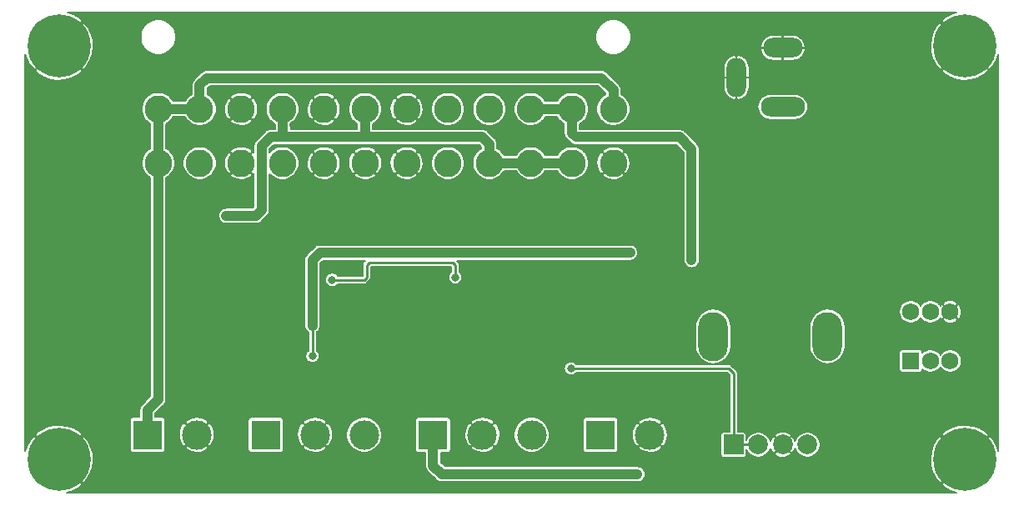
<source format=gbr>
G04 #@! TF.GenerationSoftware,KiCad,Pcbnew,5.1.5-52549c5~86~ubuntu18.04.1*
G04 #@! TF.CreationDate,2020-09-04T15:06:53-03:00*
G04 #@! TF.ProjectId,TPS54331,54505335-3433-4333-912e-6b696361645f,v1.0*
G04 #@! TF.SameCoordinates,Original*
G04 #@! TF.FileFunction,Copper,L2,Bot*
G04 #@! TF.FilePolarity,Positive*
%FSLAX46Y46*%
G04 Gerber Fmt 4.6, Leading zero omitted, Abs format (unit mm)*
G04 Created by KiCad (PCBNEW 5.1.5-52549c5~86~ubuntu18.04.1) date 2020-09-04 15:06:53*
%MOMM*%
%LPD*%
G04 APERTURE LIST*
%ADD10C,3.000000*%
%ADD11R,3.000000X3.000000*%
%ADD12O,3.000000X5.000000*%
%ADD13C,2.000000*%
%ADD14R,2.000000X2.000000*%
%ADD15C,1.750000*%
%ADD16R,1.750000X1.750000*%
%ADD17C,2.800000*%
%ADD18O,2.000000X4.000000*%
%ADD19O,4.000000X2.000000*%
%ADD20O,4.500000X2.000000*%
%ADD21C,6.400000*%
%ADD22C,0.800000*%
%ADD23C,1.000000*%
%ADD24C,0.250000*%
%ADD25C,0.200000*%
G04 APERTURE END LIST*
D10*
X160000000Y-109500000D03*
D11*
X155000000Y-109500000D03*
X138000000Y-109500000D03*
D10*
X143000000Y-109500000D03*
X148000000Y-109500000D03*
D11*
X121000000Y-109500000D03*
D10*
X126000000Y-109500000D03*
X131000000Y-109500000D03*
X114000000Y-109500000D03*
D11*
X109000000Y-109500000D03*
D12*
X178050000Y-99500000D03*
X166450000Y-99500000D03*
D13*
X176000000Y-110500000D03*
X173500000Y-110500000D03*
X171000000Y-110500000D03*
D14*
X168500000Y-110500000D03*
D15*
X190500000Y-97000000D03*
X188500000Y-97000000D03*
X186500000Y-97000000D03*
X190500000Y-102000000D03*
X188500000Y-102000000D03*
D16*
X186500000Y-102000000D03*
D17*
X156300000Y-81900000D03*
X152100000Y-81900000D03*
X147900000Y-81900000D03*
X143700000Y-81900000D03*
X139500000Y-81900000D03*
X135300000Y-81900000D03*
X131100000Y-81900000D03*
X126900000Y-81900000D03*
X122700000Y-81900000D03*
X118500000Y-81900000D03*
X114300000Y-81900000D03*
X110100000Y-81900000D03*
X156300000Y-76400000D03*
X152100000Y-76400000D03*
X147900000Y-76400000D03*
X143700000Y-76400000D03*
X139500000Y-76400000D03*
X135300000Y-76400000D03*
X131100000Y-76400000D03*
X126900000Y-76400000D03*
X122700000Y-76400000D03*
X118500000Y-76400000D03*
X114300000Y-76400000D03*
X110100000Y-76400000D03*
D18*
X168800000Y-73200000D03*
D19*
X173500000Y-70200000D03*
D20*
X173500000Y-76200000D03*
D21*
X100000000Y-112000000D03*
X192000000Y-112000000D03*
X192000000Y-70000000D03*
X100000000Y-70000000D03*
D22*
X134800000Y-97300000D03*
X133500000Y-97300000D03*
X132300000Y-97300000D03*
X136100000Y-97300000D03*
X134800000Y-103800000D03*
X133500000Y-103800000D03*
X132300000Y-103800000D03*
X136100000Y-103800000D03*
X137400000Y-103800000D03*
X138700000Y-103800000D03*
X134800000Y-99700000D03*
X134800000Y-101700000D03*
X136100000Y-99700000D03*
X136100000Y-101700000D03*
X136100000Y-100700000D03*
X134800000Y-100700000D03*
X125750000Y-98400000D03*
X125750000Y-97150000D03*
X156750000Y-91000000D03*
X158000000Y-91000000D03*
X125750000Y-101500000D03*
X164250000Y-90500000D03*
X164250000Y-91750000D03*
X157500008Y-113500000D03*
X158749996Y-113500000D03*
X117000000Y-87250000D03*
X118250000Y-87250000D03*
X127750000Y-93750000D03*
X140250000Y-93500000D03*
X152000000Y-102750000D03*
D23*
X156750000Y-91000000D02*
X158000000Y-91000000D01*
X126500000Y-91000000D02*
X156750000Y-91000000D01*
X125750000Y-97150000D02*
X125750000Y-91750000D01*
X125750000Y-91750000D02*
X126500000Y-91000000D01*
X125750000Y-97150000D02*
X125750000Y-98400000D01*
D24*
X125750000Y-98400000D02*
X125750000Y-101500000D01*
D23*
X138875000Y-113500000D02*
X158184311Y-113500000D01*
X158184311Y-113500000D02*
X158749996Y-113500000D01*
X138000000Y-109500000D02*
X138000000Y-112625000D01*
X138000000Y-112625000D02*
X138875000Y-113500000D01*
X152100000Y-78850000D02*
X152100000Y-76400000D01*
X152500000Y-79250000D02*
X152100000Y-78850000D01*
X163000000Y-79250000D02*
X152500000Y-79250000D01*
X164250000Y-91750000D02*
X164250000Y-80500000D01*
X164250000Y-80500000D02*
X163000000Y-79250000D01*
X152100000Y-76400000D02*
X147900000Y-76400000D01*
X131100000Y-79250000D02*
X122750000Y-79250000D01*
X120600000Y-86650000D02*
X120000000Y-87250000D01*
X120600000Y-80150000D02*
X120600000Y-86650000D01*
X122750000Y-79250000D02*
X121500000Y-79250000D01*
X121500000Y-79250000D02*
X120600000Y-80150000D01*
X117000000Y-87250000D02*
X118250000Y-87250000D01*
X118250000Y-87250000D02*
X120000000Y-87250000D01*
X152100000Y-81900000D02*
X147900000Y-81900000D01*
X143000000Y-79250000D02*
X131100000Y-79250000D01*
X143700000Y-79950000D02*
X143000000Y-79250000D01*
X147900000Y-81900000D02*
X143700000Y-81900000D01*
X143700000Y-81900000D02*
X143700000Y-79950000D01*
X122700000Y-76400000D02*
X122700000Y-76450000D01*
X122750000Y-79250000D02*
X122700000Y-76400000D01*
X131100000Y-76400000D02*
X131100000Y-79250000D01*
X109000000Y-107000000D02*
X109000000Y-109500000D01*
X110100000Y-105900000D02*
X109000000Y-107000000D01*
X110100000Y-81900000D02*
X110100000Y-105900000D01*
X110100000Y-76400000D02*
X110100000Y-81900000D01*
X114300000Y-76400000D02*
X110100000Y-76400000D01*
X114300000Y-74000000D02*
X114300000Y-76400000D01*
X115050000Y-73250000D02*
X114300000Y-74000000D01*
X155079898Y-73250000D02*
X115050000Y-73250000D01*
X156300000Y-76400000D02*
X156300000Y-74470102D01*
X156300000Y-74470102D02*
X155079898Y-73250000D01*
D24*
X140250000Y-92250000D02*
X140250000Y-93500000D01*
X140000000Y-92000000D02*
X140250000Y-92250000D01*
X131250000Y-92250000D02*
X131500000Y-92000000D01*
X131250000Y-93500000D02*
X131250000Y-92250000D01*
X131500000Y-92000000D02*
X140000000Y-92000000D01*
X127750000Y-93750000D02*
X131000000Y-93750000D01*
X131000000Y-93750000D02*
X131250000Y-93500000D01*
X168500000Y-110500000D02*
X171000000Y-110500000D01*
X168500000Y-103250000D02*
X168500000Y-110500000D01*
X152000000Y-102750000D02*
X168000000Y-102750000D01*
X168000000Y-102750000D02*
X168500000Y-103250000D01*
D25*
G36*
X190759305Y-66709179D02*
G01*
X190141137Y-67014459D01*
X189953075Y-67140117D01*
X189583926Y-67548571D01*
X192000000Y-69964645D01*
X192014143Y-69950503D01*
X192049498Y-69985858D01*
X192035355Y-70000000D01*
X194451429Y-72416074D01*
X194859883Y-72046925D01*
X195204266Y-71449659D01*
X195400000Y-70871977D01*
X195400000Y-111165849D01*
X195290821Y-110759305D01*
X194985541Y-110141137D01*
X194859883Y-109953075D01*
X194451429Y-109583926D01*
X192035355Y-112000000D01*
X192049498Y-112014143D01*
X192014143Y-112049498D01*
X192000000Y-112035355D01*
X189583926Y-114451429D01*
X189953075Y-114859883D01*
X190550341Y-115204266D01*
X191128023Y-115400000D01*
X100834151Y-115400000D01*
X101240695Y-115290821D01*
X101858863Y-114985541D01*
X102046925Y-114859883D01*
X102416074Y-114451429D01*
X100000000Y-112035355D01*
X99985858Y-112049498D01*
X99950503Y-112014143D01*
X99964645Y-112000000D01*
X100035355Y-112000000D01*
X102451429Y-114416074D01*
X102859883Y-114046925D01*
X103204266Y-113449659D01*
X103425512Y-112796682D01*
X103515116Y-112113090D01*
X103469637Y-111425152D01*
X103290821Y-110759305D01*
X102985541Y-110141137D01*
X102859883Y-109953075D01*
X102451429Y-109583926D01*
X100035355Y-112000000D01*
X99964645Y-112000000D01*
X97548571Y-109583926D01*
X97140117Y-109953075D01*
X96795734Y-110550341D01*
X96600000Y-111128023D01*
X96600000Y-109548571D01*
X97583926Y-109548571D01*
X100000000Y-111964645D01*
X102416074Y-109548571D01*
X102046925Y-109140117D01*
X101449659Y-108795734D01*
X100796682Y-108574488D01*
X100113090Y-108484884D01*
X99425152Y-108530363D01*
X98759305Y-108709179D01*
X98141137Y-109014459D01*
X97953075Y-109140117D01*
X97583926Y-109548571D01*
X96600000Y-109548571D01*
X96600000Y-108000000D01*
X107198549Y-108000000D01*
X107198549Y-111000000D01*
X107204341Y-111058810D01*
X107221496Y-111115360D01*
X107249353Y-111167477D01*
X107286842Y-111213158D01*
X107332523Y-111250647D01*
X107384640Y-111278504D01*
X107441190Y-111295659D01*
X107500000Y-111301451D01*
X110500000Y-111301451D01*
X110558810Y-111295659D01*
X110615360Y-111278504D01*
X110667477Y-111250647D01*
X110713158Y-111213158D01*
X110750647Y-111167477D01*
X110778504Y-111115360D01*
X110795659Y-111058810D01*
X110801451Y-111000000D01*
X110801451Y-110743468D01*
X112791888Y-110743468D01*
X112957195Y-110977831D01*
X113265542Y-111152876D01*
X113602115Y-111264403D01*
X113953978Y-111308124D01*
X114307609Y-111282360D01*
X114649420Y-111188100D01*
X114966273Y-111028968D01*
X115042805Y-110977831D01*
X115208112Y-110743468D01*
X114000000Y-109535355D01*
X112791888Y-110743468D01*
X110801451Y-110743468D01*
X110801451Y-109453978D01*
X112191876Y-109453978D01*
X112217640Y-109807609D01*
X112311900Y-110149420D01*
X112471032Y-110466273D01*
X112522169Y-110542805D01*
X112756532Y-110708112D01*
X113964645Y-109500000D01*
X114035355Y-109500000D01*
X115243468Y-110708112D01*
X115477831Y-110542805D01*
X115652876Y-110234458D01*
X115764403Y-109897885D01*
X115808124Y-109546022D01*
X115782360Y-109192391D01*
X115688100Y-108850580D01*
X115528968Y-108533727D01*
X115477831Y-108457195D01*
X115243468Y-108291888D01*
X114035355Y-109500000D01*
X113964645Y-109500000D01*
X112756532Y-108291888D01*
X112522169Y-108457195D01*
X112347124Y-108765542D01*
X112235597Y-109102115D01*
X112191876Y-109453978D01*
X110801451Y-109453978D01*
X110801451Y-108256532D01*
X112791888Y-108256532D01*
X114000000Y-109464645D01*
X115208112Y-108256532D01*
X115042805Y-108022169D01*
X115003754Y-108000000D01*
X119198549Y-108000000D01*
X119198549Y-111000000D01*
X119204341Y-111058810D01*
X119221496Y-111115360D01*
X119249353Y-111167477D01*
X119286842Y-111213158D01*
X119332523Y-111250647D01*
X119384640Y-111278504D01*
X119441190Y-111295659D01*
X119500000Y-111301451D01*
X122500000Y-111301451D01*
X122558810Y-111295659D01*
X122615360Y-111278504D01*
X122667477Y-111250647D01*
X122713158Y-111213158D01*
X122750647Y-111167477D01*
X122778504Y-111115360D01*
X122795659Y-111058810D01*
X122801451Y-111000000D01*
X122801451Y-110743468D01*
X124791888Y-110743468D01*
X124957195Y-110977831D01*
X125265542Y-111152876D01*
X125602115Y-111264403D01*
X125953978Y-111308124D01*
X126307609Y-111282360D01*
X126649420Y-111188100D01*
X126966273Y-111028968D01*
X127042805Y-110977831D01*
X127208112Y-110743468D01*
X126000000Y-109535355D01*
X124791888Y-110743468D01*
X122801451Y-110743468D01*
X122801451Y-109453978D01*
X124191876Y-109453978D01*
X124217640Y-109807609D01*
X124311900Y-110149420D01*
X124471032Y-110466273D01*
X124522169Y-110542805D01*
X124756532Y-110708112D01*
X125964645Y-109500000D01*
X126035355Y-109500000D01*
X127243468Y-110708112D01*
X127477831Y-110542805D01*
X127652876Y-110234458D01*
X127764403Y-109897885D01*
X127808124Y-109546022D01*
X127791855Y-109322716D01*
X129200000Y-109322716D01*
X129200000Y-109677284D01*
X129269173Y-110025041D01*
X129404861Y-110352620D01*
X129601849Y-110647433D01*
X129852567Y-110898151D01*
X130147380Y-111095139D01*
X130474959Y-111230827D01*
X130822716Y-111300000D01*
X131177284Y-111300000D01*
X131525041Y-111230827D01*
X131852620Y-111095139D01*
X132147433Y-110898151D01*
X132398151Y-110647433D01*
X132595139Y-110352620D01*
X132730827Y-110025041D01*
X132800000Y-109677284D01*
X132800000Y-109322716D01*
X132730827Y-108974959D01*
X132595139Y-108647380D01*
X132398151Y-108352567D01*
X132147433Y-108101849D01*
X131995006Y-108000000D01*
X136198549Y-108000000D01*
X136198549Y-111000000D01*
X136204341Y-111058810D01*
X136221496Y-111115360D01*
X136249353Y-111167477D01*
X136286842Y-111213158D01*
X136332523Y-111250647D01*
X136384640Y-111278504D01*
X136441190Y-111295659D01*
X136500000Y-111301451D01*
X137200001Y-111301451D01*
X137200001Y-112585700D01*
X137196130Y-112625000D01*
X137211577Y-112781827D01*
X137257321Y-112932627D01*
X137331607Y-113071606D01*
X137406531Y-113162901D01*
X137431579Y-113193422D01*
X137462099Y-113218469D01*
X138281527Y-114037897D01*
X138306578Y-114068422D01*
X138368977Y-114119631D01*
X138428393Y-114168393D01*
X138492764Y-114202800D01*
X138567372Y-114242679D01*
X138718173Y-114288424D01*
X138835707Y-114300000D01*
X138835709Y-114300000D01*
X138875000Y-114303870D01*
X138914291Y-114300000D01*
X158789289Y-114300000D01*
X158906823Y-114288424D01*
X159057624Y-114242679D01*
X159196602Y-114168393D01*
X159318418Y-114068422D01*
X159418389Y-113946606D01*
X159492675Y-113807628D01*
X159538420Y-113656827D01*
X159553866Y-113500000D01*
X159538420Y-113343173D01*
X159492675Y-113192372D01*
X159418389Y-113053394D01*
X159318418Y-112931578D01*
X159196602Y-112831607D01*
X159057624Y-112757321D01*
X158906823Y-112711576D01*
X158789289Y-112700000D01*
X139206370Y-112700000D01*
X138800000Y-112293630D01*
X138800000Y-111886910D01*
X188484884Y-111886910D01*
X188530363Y-112574848D01*
X188709179Y-113240695D01*
X189014459Y-113858863D01*
X189140117Y-114046925D01*
X189548571Y-114416074D01*
X191964645Y-112000000D01*
X189548571Y-109583926D01*
X189140117Y-109953075D01*
X188795734Y-110550341D01*
X188574488Y-111203318D01*
X188484884Y-111886910D01*
X138800000Y-111886910D01*
X138800000Y-111301451D01*
X139500000Y-111301451D01*
X139558810Y-111295659D01*
X139615360Y-111278504D01*
X139667477Y-111250647D01*
X139713158Y-111213158D01*
X139750647Y-111167477D01*
X139778504Y-111115360D01*
X139795659Y-111058810D01*
X139801451Y-111000000D01*
X139801451Y-110743468D01*
X141791888Y-110743468D01*
X141957195Y-110977831D01*
X142265542Y-111152876D01*
X142602115Y-111264403D01*
X142953978Y-111308124D01*
X143307609Y-111282360D01*
X143649420Y-111188100D01*
X143966273Y-111028968D01*
X144042805Y-110977831D01*
X144208112Y-110743468D01*
X143000000Y-109535355D01*
X141791888Y-110743468D01*
X139801451Y-110743468D01*
X139801451Y-109453978D01*
X141191876Y-109453978D01*
X141217640Y-109807609D01*
X141311900Y-110149420D01*
X141471032Y-110466273D01*
X141522169Y-110542805D01*
X141756532Y-110708112D01*
X142964645Y-109500000D01*
X143035355Y-109500000D01*
X144243468Y-110708112D01*
X144477831Y-110542805D01*
X144652876Y-110234458D01*
X144764403Y-109897885D01*
X144808124Y-109546022D01*
X144791855Y-109322716D01*
X146200000Y-109322716D01*
X146200000Y-109677284D01*
X146269173Y-110025041D01*
X146404861Y-110352620D01*
X146601849Y-110647433D01*
X146852567Y-110898151D01*
X147147380Y-111095139D01*
X147474959Y-111230827D01*
X147822716Y-111300000D01*
X148177284Y-111300000D01*
X148525041Y-111230827D01*
X148852620Y-111095139D01*
X149147433Y-110898151D01*
X149398151Y-110647433D01*
X149595139Y-110352620D01*
X149730827Y-110025041D01*
X149800000Y-109677284D01*
X149800000Y-109322716D01*
X149730827Y-108974959D01*
X149595139Y-108647380D01*
X149398151Y-108352567D01*
X149147433Y-108101849D01*
X148995006Y-108000000D01*
X153198549Y-108000000D01*
X153198549Y-111000000D01*
X153204341Y-111058810D01*
X153221496Y-111115360D01*
X153249353Y-111167477D01*
X153286842Y-111213158D01*
X153332523Y-111250647D01*
X153384640Y-111278504D01*
X153441190Y-111295659D01*
X153500000Y-111301451D01*
X156500000Y-111301451D01*
X156558810Y-111295659D01*
X156615360Y-111278504D01*
X156667477Y-111250647D01*
X156713158Y-111213158D01*
X156750647Y-111167477D01*
X156778504Y-111115360D01*
X156795659Y-111058810D01*
X156801451Y-111000000D01*
X156801451Y-110743468D01*
X158791888Y-110743468D01*
X158957195Y-110977831D01*
X159265542Y-111152876D01*
X159602115Y-111264403D01*
X159953978Y-111308124D01*
X160307609Y-111282360D01*
X160649420Y-111188100D01*
X160966273Y-111028968D01*
X161042805Y-110977831D01*
X161208112Y-110743468D01*
X160000000Y-109535355D01*
X158791888Y-110743468D01*
X156801451Y-110743468D01*
X156801451Y-109453978D01*
X158191876Y-109453978D01*
X158217640Y-109807609D01*
X158311900Y-110149420D01*
X158471032Y-110466273D01*
X158522169Y-110542805D01*
X158756532Y-110708112D01*
X159964645Y-109500000D01*
X160035355Y-109500000D01*
X161243468Y-110708112D01*
X161477831Y-110542805D01*
X161652876Y-110234458D01*
X161764403Y-109897885D01*
X161808124Y-109546022D01*
X161782360Y-109192391D01*
X161688100Y-108850580D01*
X161528968Y-108533727D01*
X161477831Y-108457195D01*
X161243468Y-108291888D01*
X160035355Y-109500000D01*
X159964645Y-109500000D01*
X158756532Y-108291888D01*
X158522169Y-108457195D01*
X158347124Y-108765542D01*
X158235597Y-109102115D01*
X158191876Y-109453978D01*
X156801451Y-109453978D01*
X156801451Y-108256532D01*
X158791888Y-108256532D01*
X160000000Y-109464645D01*
X161208112Y-108256532D01*
X161042805Y-108022169D01*
X160734458Y-107847124D01*
X160397885Y-107735597D01*
X160046022Y-107691876D01*
X159692391Y-107717640D01*
X159350580Y-107811900D01*
X159033727Y-107971032D01*
X158957195Y-108022169D01*
X158791888Y-108256532D01*
X156801451Y-108256532D01*
X156801451Y-108000000D01*
X156795659Y-107941190D01*
X156778504Y-107884640D01*
X156750647Y-107832523D01*
X156713158Y-107786842D01*
X156667477Y-107749353D01*
X156615360Y-107721496D01*
X156558810Y-107704341D01*
X156500000Y-107698549D01*
X153500000Y-107698549D01*
X153441190Y-107704341D01*
X153384640Y-107721496D01*
X153332523Y-107749353D01*
X153286842Y-107786842D01*
X153249353Y-107832523D01*
X153221496Y-107884640D01*
X153204341Y-107941190D01*
X153198549Y-108000000D01*
X148995006Y-108000000D01*
X148852620Y-107904861D01*
X148525041Y-107769173D01*
X148177284Y-107700000D01*
X147822716Y-107700000D01*
X147474959Y-107769173D01*
X147147380Y-107904861D01*
X146852567Y-108101849D01*
X146601849Y-108352567D01*
X146404861Y-108647380D01*
X146269173Y-108974959D01*
X146200000Y-109322716D01*
X144791855Y-109322716D01*
X144782360Y-109192391D01*
X144688100Y-108850580D01*
X144528968Y-108533727D01*
X144477831Y-108457195D01*
X144243468Y-108291888D01*
X143035355Y-109500000D01*
X142964645Y-109500000D01*
X141756532Y-108291888D01*
X141522169Y-108457195D01*
X141347124Y-108765542D01*
X141235597Y-109102115D01*
X141191876Y-109453978D01*
X139801451Y-109453978D01*
X139801451Y-108256532D01*
X141791888Y-108256532D01*
X143000000Y-109464645D01*
X144208112Y-108256532D01*
X144042805Y-108022169D01*
X143734458Y-107847124D01*
X143397885Y-107735597D01*
X143046022Y-107691876D01*
X142692391Y-107717640D01*
X142350580Y-107811900D01*
X142033727Y-107971032D01*
X141957195Y-108022169D01*
X141791888Y-108256532D01*
X139801451Y-108256532D01*
X139801451Y-108000000D01*
X139795659Y-107941190D01*
X139778504Y-107884640D01*
X139750647Y-107832523D01*
X139713158Y-107786842D01*
X139667477Y-107749353D01*
X139615360Y-107721496D01*
X139558810Y-107704341D01*
X139500000Y-107698549D01*
X136500000Y-107698549D01*
X136441190Y-107704341D01*
X136384640Y-107721496D01*
X136332523Y-107749353D01*
X136286842Y-107786842D01*
X136249353Y-107832523D01*
X136221496Y-107884640D01*
X136204341Y-107941190D01*
X136198549Y-108000000D01*
X131995006Y-108000000D01*
X131852620Y-107904861D01*
X131525041Y-107769173D01*
X131177284Y-107700000D01*
X130822716Y-107700000D01*
X130474959Y-107769173D01*
X130147380Y-107904861D01*
X129852567Y-108101849D01*
X129601849Y-108352567D01*
X129404861Y-108647380D01*
X129269173Y-108974959D01*
X129200000Y-109322716D01*
X127791855Y-109322716D01*
X127782360Y-109192391D01*
X127688100Y-108850580D01*
X127528968Y-108533727D01*
X127477831Y-108457195D01*
X127243468Y-108291888D01*
X126035355Y-109500000D01*
X125964645Y-109500000D01*
X124756532Y-108291888D01*
X124522169Y-108457195D01*
X124347124Y-108765542D01*
X124235597Y-109102115D01*
X124191876Y-109453978D01*
X122801451Y-109453978D01*
X122801451Y-108256532D01*
X124791888Y-108256532D01*
X126000000Y-109464645D01*
X127208112Y-108256532D01*
X127042805Y-108022169D01*
X126734458Y-107847124D01*
X126397885Y-107735597D01*
X126046022Y-107691876D01*
X125692391Y-107717640D01*
X125350580Y-107811900D01*
X125033727Y-107971032D01*
X124957195Y-108022169D01*
X124791888Y-108256532D01*
X122801451Y-108256532D01*
X122801451Y-108000000D01*
X122795659Y-107941190D01*
X122778504Y-107884640D01*
X122750647Y-107832523D01*
X122713158Y-107786842D01*
X122667477Y-107749353D01*
X122615360Y-107721496D01*
X122558810Y-107704341D01*
X122500000Y-107698549D01*
X119500000Y-107698549D01*
X119441190Y-107704341D01*
X119384640Y-107721496D01*
X119332523Y-107749353D01*
X119286842Y-107786842D01*
X119249353Y-107832523D01*
X119221496Y-107884640D01*
X119204341Y-107941190D01*
X119198549Y-108000000D01*
X115003754Y-108000000D01*
X114734458Y-107847124D01*
X114397885Y-107735597D01*
X114046022Y-107691876D01*
X113692391Y-107717640D01*
X113350580Y-107811900D01*
X113033727Y-107971032D01*
X112957195Y-108022169D01*
X112791888Y-108256532D01*
X110801451Y-108256532D01*
X110801451Y-108000000D01*
X110795659Y-107941190D01*
X110778504Y-107884640D01*
X110750647Y-107832523D01*
X110713158Y-107786842D01*
X110667477Y-107749353D01*
X110615360Y-107721496D01*
X110558810Y-107704341D01*
X110500000Y-107698549D01*
X109800000Y-107698549D01*
X109800000Y-107331370D01*
X110637902Y-106493469D01*
X110668422Y-106468422D01*
X110698659Y-106431578D01*
X110768393Y-106346607D01*
X110842679Y-106207628D01*
X110846167Y-106196130D01*
X110888424Y-106056827D01*
X110900000Y-105939293D01*
X110900000Y-105939291D01*
X110903870Y-105900000D01*
X110900000Y-105860709D01*
X110900000Y-102681056D01*
X151300000Y-102681056D01*
X151300000Y-102818944D01*
X151326901Y-102954182D01*
X151379668Y-103081574D01*
X151456274Y-103196224D01*
X151553776Y-103293726D01*
X151668426Y-103370332D01*
X151795818Y-103423099D01*
X151931056Y-103450000D01*
X152068944Y-103450000D01*
X152204182Y-103423099D01*
X152331574Y-103370332D01*
X152446224Y-103293726D01*
X152543726Y-103196224D01*
X152557907Y-103175000D01*
X167823960Y-103175000D01*
X168075000Y-103426041D01*
X168075001Y-109198549D01*
X167500000Y-109198549D01*
X167441190Y-109204341D01*
X167384640Y-109221496D01*
X167332523Y-109249353D01*
X167286842Y-109286842D01*
X167249353Y-109332523D01*
X167221496Y-109384640D01*
X167204341Y-109441190D01*
X167198549Y-109500000D01*
X167198549Y-111500000D01*
X167204341Y-111558810D01*
X167221496Y-111615360D01*
X167249353Y-111667477D01*
X167286842Y-111713158D01*
X167332523Y-111750647D01*
X167384640Y-111778504D01*
X167441190Y-111795659D01*
X167500000Y-111801451D01*
X169500000Y-111801451D01*
X169558810Y-111795659D01*
X169615360Y-111778504D01*
X169667477Y-111750647D01*
X169713158Y-111713158D01*
X169750647Y-111667477D01*
X169778504Y-111615360D01*
X169795659Y-111558810D01*
X169801451Y-111500000D01*
X169801451Y-111003511D01*
X169847955Y-111115781D01*
X169990224Y-111328702D01*
X170171298Y-111509776D01*
X170384219Y-111652045D01*
X170620804Y-111750042D01*
X170871961Y-111800000D01*
X171128039Y-111800000D01*
X171379196Y-111750042D01*
X171615781Y-111652045D01*
X171828702Y-111509776D01*
X171950326Y-111388152D01*
X172647204Y-111388152D01*
X172752549Y-111571312D01*
X172975914Y-111696548D01*
X173219419Y-111775800D01*
X173473706Y-111806025D01*
X173729004Y-111786060D01*
X173975502Y-111716673D01*
X174203726Y-111600529D01*
X174247451Y-111571312D01*
X174352796Y-111388152D01*
X173500000Y-110535355D01*
X172647204Y-111388152D01*
X171950326Y-111388152D01*
X172009776Y-111328702D01*
X172152045Y-111115781D01*
X172250042Y-110879196D01*
X172252599Y-110866341D01*
X172283327Y-110975502D01*
X172399471Y-111203726D01*
X172428688Y-111247451D01*
X172611848Y-111352796D01*
X173464645Y-110500000D01*
X173535355Y-110500000D01*
X174388152Y-111352796D01*
X174571312Y-111247451D01*
X174696548Y-111024086D01*
X174747586Y-110867270D01*
X174749958Y-110879196D01*
X174847955Y-111115781D01*
X174990224Y-111328702D01*
X175171298Y-111509776D01*
X175384219Y-111652045D01*
X175620804Y-111750042D01*
X175871961Y-111800000D01*
X176128039Y-111800000D01*
X176379196Y-111750042D01*
X176615781Y-111652045D01*
X176828702Y-111509776D01*
X177009776Y-111328702D01*
X177152045Y-111115781D01*
X177250042Y-110879196D01*
X177300000Y-110628039D01*
X177300000Y-110371961D01*
X177250042Y-110120804D01*
X177152045Y-109884219D01*
X177009776Y-109671298D01*
X176887049Y-109548571D01*
X189583926Y-109548571D01*
X192000000Y-111964645D01*
X194416074Y-109548571D01*
X194046925Y-109140117D01*
X193449659Y-108795734D01*
X192796682Y-108574488D01*
X192113090Y-108484884D01*
X191425152Y-108530363D01*
X190759305Y-108709179D01*
X190141137Y-109014459D01*
X189953075Y-109140117D01*
X189583926Y-109548571D01*
X176887049Y-109548571D01*
X176828702Y-109490224D01*
X176615781Y-109347955D01*
X176379196Y-109249958D01*
X176128039Y-109200000D01*
X175871961Y-109200000D01*
X175620804Y-109249958D01*
X175384219Y-109347955D01*
X175171298Y-109490224D01*
X174990224Y-109671298D01*
X174847955Y-109884219D01*
X174749958Y-110120804D01*
X174747401Y-110133659D01*
X174716673Y-110024498D01*
X174600529Y-109796274D01*
X174571312Y-109752549D01*
X174388152Y-109647204D01*
X173535355Y-110500000D01*
X173464645Y-110500000D01*
X172611848Y-109647204D01*
X172428688Y-109752549D01*
X172303452Y-109975914D01*
X172252414Y-110132730D01*
X172250042Y-110120804D01*
X172152045Y-109884219D01*
X172009776Y-109671298D01*
X171950326Y-109611848D01*
X172647204Y-109611848D01*
X173500000Y-110464645D01*
X174352796Y-109611848D01*
X174247451Y-109428688D01*
X174024086Y-109303452D01*
X173780581Y-109224200D01*
X173526294Y-109193975D01*
X173270996Y-109213940D01*
X173024498Y-109283327D01*
X172796274Y-109399471D01*
X172752549Y-109428688D01*
X172647204Y-109611848D01*
X171950326Y-109611848D01*
X171828702Y-109490224D01*
X171615781Y-109347955D01*
X171379196Y-109249958D01*
X171128039Y-109200000D01*
X170871961Y-109200000D01*
X170620804Y-109249958D01*
X170384219Y-109347955D01*
X170171298Y-109490224D01*
X169990224Y-109671298D01*
X169847955Y-109884219D01*
X169801451Y-109996489D01*
X169801451Y-109500000D01*
X169795659Y-109441190D01*
X169778504Y-109384640D01*
X169750647Y-109332523D01*
X169713158Y-109286842D01*
X169667477Y-109249353D01*
X169615360Y-109221496D01*
X169558810Y-109204341D01*
X169500000Y-109198549D01*
X168925000Y-109198549D01*
X168925000Y-103270867D01*
X168927055Y-103250000D01*
X168925000Y-103229133D01*
X168925000Y-103229126D01*
X168918850Y-103166686D01*
X168912135Y-103144548D01*
X168894548Y-103086572D01*
X168876055Y-103051974D01*
X168855084Y-103012740D01*
X168801974Y-102948026D01*
X168785763Y-102934722D01*
X168315283Y-102464243D01*
X168301974Y-102448026D01*
X168237260Y-102394916D01*
X168163427Y-102355452D01*
X168083314Y-102331150D01*
X168020874Y-102325000D01*
X168020867Y-102325000D01*
X168000000Y-102322945D01*
X167979133Y-102325000D01*
X152557907Y-102325000D01*
X152543726Y-102303776D01*
X152446224Y-102206274D01*
X152331574Y-102129668D01*
X152204182Y-102076901D01*
X152068944Y-102050000D01*
X151931056Y-102050000D01*
X151795818Y-102076901D01*
X151668426Y-102129668D01*
X151553776Y-102206274D01*
X151456274Y-102303776D01*
X151379668Y-102418426D01*
X151326901Y-102545818D01*
X151300000Y-102681056D01*
X110900000Y-102681056D01*
X110900000Y-91750000D01*
X124946130Y-91750000D01*
X124950001Y-91789301D01*
X124950000Y-97110707D01*
X124950000Y-97110708D01*
X124950001Y-98439293D01*
X124961577Y-98556827D01*
X125007322Y-98707628D01*
X125081608Y-98846606D01*
X125181579Y-98968422D01*
X125303395Y-99068393D01*
X125325000Y-99079941D01*
X125325001Y-100942092D01*
X125303776Y-100956274D01*
X125206274Y-101053776D01*
X125129668Y-101168426D01*
X125076901Y-101295818D01*
X125050000Y-101431056D01*
X125050000Y-101568944D01*
X125076901Y-101704182D01*
X125129668Y-101831574D01*
X125206274Y-101946224D01*
X125303776Y-102043726D01*
X125418426Y-102120332D01*
X125545818Y-102173099D01*
X125681056Y-102200000D01*
X125818944Y-102200000D01*
X125954182Y-102173099D01*
X126081574Y-102120332D01*
X126196224Y-102043726D01*
X126293726Y-101946224D01*
X126370332Y-101831574D01*
X126423099Y-101704182D01*
X126450000Y-101568944D01*
X126450000Y-101431056D01*
X126423099Y-101295818D01*
X126370332Y-101168426D01*
X126293726Y-101053776D01*
X126196224Y-100956274D01*
X126175000Y-100942093D01*
X126175000Y-99079942D01*
X126196606Y-99068393D01*
X126318422Y-98968422D01*
X126418393Y-98846606D01*
X126492679Y-98707628D01*
X126538424Y-98556827D01*
X126550000Y-98439293D01*
X126550000Y-98411577D01*
X164650000Y-98411577D01*
X164650001Y-100588424D01*
X164676046Y-100852862D01*
X164778972Y-101192163D01*
X164946114Y-101504865D01*
X165171051Y-101778950D01*
X165445136Y-102003887D01*
X165757838Y-102171029D01*
X166097139Y-102273955D01*
X166450000Y-102308709D01*
X166802862Y-102273955D01*
X167142163Y-102171029D01*
X167454865Y-102003887D01*
X167728950Y-101778950D01*
X167953887Y-101504865D01*
X168121029Y-101192163D01*
X168223955Y-100852862D01*
X168250000Y-100588424D01*
X168250000Y-98411577D01*
X176250000Y-98411577D01*
X176250001Y-100588424D01*
X176276046Y-100852862D01*
X176378972Y-101192163D01*
X176546114Y-101504865D01*
X176771051Y-101778950D01*
X177045136Y-102003887D01*
X177357838Y-102171029D01*
X177697139Y-102273955D01*
X178050000Y-102308709D01*
X178402862Y-102273955D01*
X178742163Y-102171029D01*
X179054865Y-102003887D01*
X179328950Y-101778950D01*
X179553887Y-101504865D01*
X179721029Y-101192163D01*
X179741402Y-101125000D01*
X185323549Y-101125000D01*
X185323549Y-102875000D01*
X185329341Y-102933810D01*
X185346496Y-102990360D01*
X185374353Y-103042477D01*
X185411842Y-103088158D01*
X185457523Y-103125647D01*
X185509640Y-103153504D01*
X185566190Y-103170659D01*
X185625000Y-103176451D01*
X187375000Y-103176451D01*
X187433810Y-103170659D01*
X187490360Y-103153504D01*
X187542477Y-103125647D01*
X187588158Y-103088158D01*
X187625647Y-103042477D01*
X187653504Y-102990360D01*
X187670659Y-102933810D01*
X187676451Y-102875000D01*
X187676451Y-102838152D01*
X187750981Y-102912682D01*
X187943429Y-103041271D01*
X188157265Y-103129845D01*
X188384273Y-103175000D01*
X188615727Y-103175000D01*
X188842735Y-103129845D01*
X189056571Y-103041271D01*
X189249019Y-102912682D01*
X189412682Y-102749019D01*
X189500000Y-102618338D01*
X189587318Y-102749019D01*
X189750981Y-102912682D01*
X189943429Y-103041271D01*
X190157265Y-103129845D01*
X190384273Y-103175000D01*
X190615727Y-103175000D01*
X190842735Y-103129845D01*
X191056571Y-103041271D01*
X191249019Y-102912682D01*
X191412682Y-102749019D01*
X191541271Y-102556571D01*
X191629845Y-102342735D01*
X191675000Y-102115727D01*
X191675000Y-101884273D01*
X191629845Y-101657265D01*
X191541271Y-101443429D01*
X191412682Y-101250981D01*
X191249019Y-101087318D01*
X191056571Y-100958729D01*
X190842735Y-100870155D01*
X190615727Y-100825000D01*
X190384273Y-100825000D01*
X190157265Y-100870155D01*
X189943429Y-100958729D01*
X189750981Y-101087318D01*
X189587318Y-101250981D01*
X189500000Y-101381662D01*
X189412682Y-101250981D01*
X189249019Y-101087318D01*
X189056571Y-100958729D01*
X188842735Y-100870155D01*
X188615727Y-100825000D01*
X188384273Y-100825000D01*
X188157265Y-100870155D01*
X187943429Y-100958729D01*
X187750981Y-101087318D01*
X187676451Y-101161848D01*
X187676451Y-101125000D01*
X187670659Y-101066190D01*
X187653504Y-101009640D01*
X187625647Y-100957523D01*
X187588158Y-100911842D01*
X187542477Y-100874353D01*
X187490360Y-100846496D01*
X187433810Y-100829341D01*
X187375000Y-100823549D01*
X185625000Y-100823549D01*
X185566190Y-100829341D01*
X185509640Y-100846496D01*
X185457523Y-100874353D01*
X185411842Y-100911842D01*
X185374353Y-100957523D01*
X185346496Y-101009640D01*
X185329341Y-101066190D01*
X185323549Y-101125000D01*
X179741402Y-101125000D01*
X179823955Y-100852862D01*
X179850000Y-100588424D01*
X179850000Y-98411576D01*
X179823955Y-98147138D01*
X179721029Y-97807837D01*
X179553887Y-97495135D01*
X179328950Y-97221050D01*
X179054864Y-96996113D01*
X178845626Y-96884273D01*
X185325000Y-96884273D01*
X185325000Y-97115727D01*
X185370155Y-97342735D01*
X185458729Y-97556571D01*
X185587318Y-97749019D01*
X185750981Y-97912682D01*
X185943429Y-98041271D01*
X186157265Y-98129845D01*
X186384273Y-98175000D01*
X186615727Y-98175000D01*
X186842735Y-98129845D01*
X187056571Y-98041271D01*
X187249019Y-97912682D01*
X187412682Y-97749019D01*
X187500000Y-97618338D01*
X187587318Y-97749019D01*
X187750981Y-97912682D01*
X187943429Y-98041271D01*
X188157265Y-98129845D01*
X188384273Y-98175000D01*
X188615727Y-98175000D01*
X188842735Y-98129845D01*
X189056571Y-98041271D01*
X189249019Y-97912682D01*
X189362386Y-97799315D01*
X189736040Y-97799315D01*
X189826392Y-97969675D01*
X190028510Y-98082457D01*
X190248746Y-98153641D01*
X190478638Y-98180491D01*
X190709350Y-98161976D01*
X190932017Y-98098806D01*
X191138083Y-97993411D01*
X191173608Y-97969675D01*
X191263960Y-97799315D01*
X190500000Y-97035355D01*
X189736040Y-97799315D01*
X189362386Y-97799315D01*
X189412682Y-97749019D01*
X189498012Y-97621313D01*
X189506589Y-97638083D01*
X189530325Y-97673608D01*
X189700685Y-97763960D01*
X190464645Y-97000000D01*
X190535355Y-97000000D01*
X191299315Y-97763960D01*
X191469675Y-97673608D01*
X191582457Y-97471490D01*
X191653641Y-97251254D01*
X191680491Y-97021362D01*
X191661976Y-96790650D01*
X191598806Y-96567983D01*
X191493411Y-96361917D01*
X191469675Y-96326392D01*
X191299315Y-96236040D01*
X190535355Y-97000000D01*
X190464645Y-97000000D01*
X189700685Y-96236040D01*
X189530325Y-96326392D01*
X189499719Y-96381242D01*
X189412682Y-96250981D01*
X189362386Y-96200685D01*
X189736040Y-96200685D01*
X190500000Y-96964645D01*
X191263960Y-96200685D01*
X191173608Y-96030325D01*
X190971490Y-95917543D01*
X190751254Y-95846359D01*
X190521362Y-95819509D01*
X190290650Y-95838024D01*
X190067983Y-95901194D01*
X189861917Y-96006589D01*
X189826392Y-96030325D01*
X189736040Y-96200685D01*
X189362386Y-96200685D01*
X189249019Y-96087318D01*
X189056571Y-95958729D01*
X188842735Y-95870155D01*
X188615727Y-95825000D01*
X188384273Y-95825000D01*
X188157265Y-95870155D01*
X187943429Y-95958729D01*
X187750981Y-96087318D01*
X187587318Y-96250981D01*
X187500000Y-96381662D01*
X187412682Y-96250981D01*
X187249019Y-96087318D01*
X187056571Y-95958729D01*
X186842735Y-95870155D01*
X186615727Y-95825000D01*
X186384273Y-95825000D01*
X186157265Y-95870155D01*
X185943429Y-95958729D01*
X185750981Y-96087318D01*
X185587318Y-96250981D01*
X185458729Y-96443429D01*
X185370155Y-96657265D01*
X185325000Y-96884273D01*
X178845626Y-96884273D01*
X178742162Y-96828971D01*
X178402861Y-96726045D01*
X178050000Y-96691291D01*
X177697138Y-96726045D01*
X177357837Y-96828971D01*
X177045135Y-96996113D01*
X176771050Y-97221050D01*
X176546113Y-97495136D01*
X176378971Y-97807838D01*
X176276045Y-98147139D01*
X176250000Y-98411577D01*
X168250000Y-98411577D01*
X168250000Y-98411576D01*
X168223955Y-98147138D01*
X168121029Y-97807837D01*
X167953887Y-97495135D01*
X167728950Y-97221050D01*
X167454864Y-96996113D01*
X167142162Y-96828971D01*
X166802861Y-96726045D01*
X166450000Y-96691291D01*
X166097138Y-96726045D01*
X165757837Y-96828971D01*
X165445135Y-96996113D01*
X165171050Y-97221050D01*
X164946113Y-97495136D01*
X164778971Y-97807838D01*
X164676045Y-98147139D01*
X164650000Y-98411577D01*
X126550000Y-98411577D01*
X126550000Y-92081370D01*
X126831371Y-91800000D01*
X131098960Y-91800000D01*
X130964239Y-91934721D01*
X130948027Y-91948026D01*
X130894917Y-92012740D01*
X130870925Y-92057627D01*
X130855453Y-92086573D01*
X130831150Y-92166686D01*
X130822945Y-92250000D01*
X130825001Y-92270876D01*
X130825000Y-93323960D01*
X130823960Y-93325000D01*
X128307907Y-93325000D01*
X128293726Y-93303776D01*
X128196224Y-93206274D01*
X128081574Y-93129668D01*
X127954182Y-93076901D01*
X127818944Y-93050000D01*
X127681056Y-93050000D01*
X127545818Y-93076901D01*
X127418426Y-93129668D01*
X127303776Y-93206274D01*
X127206274Y-93303776D01*
X127129668Y-93418426D01*
X127076901Y-93545818D01*
X127050000Y-93681056D01*
X127050000Y-93818944D01*
X127076901Y-93954182D01*
X127129668Y-94081574D01*
X127206274Y-94196224D01*
X127303776Y-94293726D01*
X127418426Y-94370332D01*
X127545818Y-94423099D01*
X127681056Y-94450000D01*
X127818944Y-94450000D01*
X127954182Y-94423099D01*
X128081574Y-94370332D01*
X128196224Y-94293726D01*
X128293726Y-94196224D01*
X128307907Y-94175000D01*
X130979133Y-94175000D01*
X131000000Y-94177055D01*
X131020867Y-94175000D01*
X131020874Y-94175000D01*
X131083314Y-94168850D01*
X131163427Y-94144548D01*
X131237260Y-94105084D01*
X131301974Y-94051974D01*
X131315284Y-94035756D01*
X131535758Y-93815282D01*
X131551974Y-93801974D01*
X131605084Y-93737260D01*
X131644548Y-93663427D01*
X131661478Y-93607617D01*
X131668850Y-93583315D01*
X131672543Y-93545818D01*
X131675000Y-93520874D01*
X131675000Y-93520868D01*
X131677055Y-93500001D01*
X131675000Y-93479134D01*
X131675000Y-92426040D01*
X131676040Y-92425000D01*
X139823960Y-92425000D01*
X139825000Y-92426040D01*
X139825001Y-92942092D01*
X139803776Y-92956274D01*
X139706274Y-93053776D01*
X139629668Y-93168426D01*
X139576901Y-93295818D01*
X139550000Y-93431056D01*
X139550000Y-93568944D01*
X139576901Y-93704182D01*
X139629668Y-93831574D01*
X139706274Y-93946224D01*
X139803776Y-94043726D01*
X139918426Y-94120332D01*
X140045818Y-94173099D01*
X140181056Y-94200000D01*
X140318944Y-94200000D01*
X140454182Y-94173099D01*
X140581574Y-94120332D01*
X140696224Y-94043726D01*
X140793726Y-93946224D01*
X140870332Y-93831574D01*
X140923099Y-93704182D01*
X140950000Y-93568944D01*
X140950000Y-93431056D01*
X140923099Y-93295818D01*
X140870332Y-93168426D01*
X140793726Y-93053776D01*
X140696224Y-92956274D01*
X140675000Y-92942093D01*
X140675000Y-92270866D01*
X140677055Y-92249999D01*
X140675000Y-92229132D01*
X140675000Y-92229126D01*
X140668850Y-92166686D01*
X140667862Y-92163427D01*
X140644548Y-92086574D01*
X140644548Y-92086573D01*
X140605084Y-92012740D01*
X140551974Y-91948026D01*
X140535758Y-91934718D01*
X140401040Y-91800000D01*
X158039293Y-91800000D01*
X158156827Y-91788424D01*
X158307628Y-91742679D01*
X158446606Y-91668393D01*
X158568422Y-91568422D01*
X158668393Y-91446606D01*
X158742679Y-91307628D01*
X158788424Y-91156827D01*
X158803870Y-91000000D01*
X158788424Y-90843173D01*
X158742679Y-90692372D01*
X158668393Y-90553394D01*
X158568422Y-90431578D01*
X158446606Y-90331607D01*
X158307628Y-90257321D01*
X158156827Y-90211576D01*
X158039293Y-90200000D01*
X126539282Y-90200000D01*
X126499999Y-90196131D01*
X126460716Y-90200000D01*
X126460707Y-90200000D01*
X126343173Y-90211576D01*
X126192372Y-90257321D01*
X126053393Y-90331607D01*
X125994831Y-90379668D01*
X125931578Y-90431578D01*
X125906531Y-90462098D01*
X125212098Y-91156532D01*
X125181579Y-91181578D01*
X125156532Y-91212098D01*
X125156531Y-91212099D01*
X125081607Y-91303394D01*
X125007321Y-91442373D01*
X124961577Y-91593173D01*
X124946130Y-91750000D01*
X110900000Y-91750000D01*
X110900000Y-87250000D01*
X116196130Y-87250000D01*
X116211576Y-87406827D01*
X116257321Y-87557628D01*
X116331607Y-87696606D01*
X116431578Y-87818422D01*
X116553394Y-87918393D01*
X116692372Y-87992679D01*
X116843173Y-88038424D01*
X116960707Y-88050000D01*
X119960709Y-88050000D01*
X120000000Y-88053870D01*
X120039291Y-88050000D01*
X120039293Y-88050000D01*
X120156827Y-88038424D01*
X120307628Y-87992679D01*
X120446606Y-87918393D01*
X120568422Y-87818422D01*
X120593473Y-87787897D01*
X121137902Y-87243469D01*
X121168422Y-87218422D01*
X121199087Y-87181056D01*
X121268393Y-87096607D01*
X121342679Y-86957628D01*
X121388424Y-86806827D01*
X121400000Y-86689293D01*
X121400000Y-86689292D01*
X121403870Y-86650001D01*
X121400000Y-86610710D01*
X121400000Y-83004164D01*
X121616313Y-83220477D01*
X121894748Y-83406521D01*
X122204128Y-83534670D01*
X122532565Y-83600000D01*
X122867435Y-83600000D01*
X123195872Y-83534670D01*
X123505252Y-83406521D01*
X123783687Y-83220477D01*
X123931756Y-83072408D01*
X125762948Y-83072408D01*
X125916263Y-83296530D01*
X126207615Y-83461614D01*
X126525575Y-83566685D01*
X126857924Y-83607707D01*
X127191889Y-83583103D01*
X127514638Y-83493818D01*
X127813767Y-83343283D01*
X127883737Y-83296530D01*
X128037052Y-83072408D01*
X129962948Y-83072408D01*
X130116263Y-83296530D01*
X130407615Y-83461614D01*
X130725575Y-83566685D01*
X131057924Y-83607707D01*
X131391889Y-83583103D01*
X131714638Y-83493818D01*
X132013767Y-83343283D01*
X132083737Y-83296530D01*
X132237052Y-83072408D01*
X134162948Y-83072408D01*
X134316263Y-83296530D01*
X134607615Y-83461614D01*
X134925575Y-83566685D01*
X135257924Y-83607707D01*
X135591889Y-83583103D01*
X135914638Y-83493818D01*
X136213767Y-83343283D01*
X136283737Y-83296530D01*
X136437052Y-83072408D01*
X135300000Y-81935355D01*
X134162948Y-83072408D01*
X132237052Y-83072408D01*
X131100000Y-81935355D01*
X129962948Y-83072408D01*
X128037052Y-83072408D01*
X126900000Y-81935355D01*
X125762948Y-83072408D01*
X123931756Y-83072408D01*
X124020477Y-82983687D01*
X124206521Y-82705252D01*
X124334670Y-82395872D01*
X124400000Y-82067435D01*
X124400000Y-81857924D01*
X125192293Y-81857924D01*
X125216897Y-82191889D01*
X125306182Y-82514638D01*
X125456717Y-82813767D01*
X125503470Y-82883737D01*
X125727592Y-83037052D01*
X126864645Y-81900000D01*
X126935355Y-81900000D01*
X128072408Y-83037052D01*
X128296530Y-82883737D01*
X128461614Y-82592385D01*
X128566685Y-82274425D01*
X128607707Y-81942076D01*
X128601508Y-81857924D01*
X129392293Y-81857924D01*
X129416897Y-82191889D01*
X129506182Y-82514638D01*
X129656717Y-82813767D01*
X129703470Y-82883737D01*
X129927592Y-83037052D01*
X131064645Y-81900000D01*
X131135355Y-81900000D01*
X132272408Y-83037052D01*
X132496530Y-82883737D01*
X132661614Y-82592385D01*
X132766685Y-82274425D01*
X132807707Y-81942076D01*
X132801508Y-81857924D01*
X133592293Y-81857924D01*
X133616897Y-82191889D01*
X133706182Y-82514638D01*
X133856717Y-82813767D01*
X133903470Y-82883737D01*
X134127592Y-83037052D01*
X135264645Y-81900000D01*
X135335355Y-81900000D01*
X136472408Y-83037052D01*
X136696530Y-82883737D01*
X136861614Y-82592385D01*
X136966685Y-82274425D01*
X137007707Y-81942076D01*
X136992272Y-81732565D01*
X137800000Y-81732565D01*
X137800000Y-82067435D01*
X137865330Y-82395872D01*
X137993479Y-82705252D01*
X138179523Y-82983687D01*
X138416313Y-83220477D01*
X138694748Y-83406521D01*
X139004128Y-83534670D01*
X139332565Y-83600000D01*
X139667435Y-83600000D01*
X139995872Y-83534670D01*
X140305252Y-83406521D01*
X140583687Y-83220477D01*
X140820477Y-82983687D01*
X141006521Y-82705252D01*
X141134670Y-82395872D01*
X141200000Y-82067435D01*
X141200000Y-81732565D01*
X141134670Y-81404128D01*
X141006521Y-81094748D01*
X140820477Y-80816313D01*
X140583687Y-80579523D01*
X140305252Y-80393479D01*
X139995872Y-80265330D01*
X139667435Y-80200000D01*
X139332565Y-80200000D01*
X139004128Y-80265330D01*
X138694748Y-80393479D01*
X138416313Y-80579523D01*
X138179523Y-80816313D01*
X137993479Y-81094748D01*
X137865330Y-81404128D01*
X137800000Y-81732565D01*
X136992272Y-81732565D01*
X136983103Y-81608111D01*
X136893818Y-81285362D01*
X136743283Y-80986233D01*
X136696530Y-80916263D01*
X136472408Y-80762948D01*
X135335355Y-81900000D01*
X135264645Y-81900000D01*
X134127592Y-80762948D01*
X133903470Y-80916263D01*
X133738386Y-81207615D01*
X133633315Y-81525575D01*
X133592293Y-81857924D01*
X132801508Y-81857924D01*
X132783103Y-81608111D01*
X132693818Y-81285362D01*
X132543283Y-80986233D01*
X132496530Y-80916263D01*
X132272408Y-80762948D01*
X131135355Y-81900000D01*
X131064645Y-81900000D01*
X129927592Y-80762948D01*
X129703470Y-80916263D01*
X129538386Y-81207615D01*
X129433315Y-81525575D01*
X129392293Y-81857924D01*
X128601508Y-81857924D01*
X128583103Y-81608111D01*
X128493818Y-81285362D01*
X128343283Y-80986233D01*
X128296530Y-80916263D01*
X128072408Y-80762948D01*
X126935355Y-81900000D01*
X126864645Y-81900000D01*
X125727592Y-80762948D01*
X125503470Y-80916263D01*
X125338386Y-81207615D01*
X125233315Y-81525575D01*
X125192293Y-81857924D01*
X124400000Y-81857924D01*
X124400000Y-81732565D01*
X124334670Y-81404128D01*
X124206521Y-81094748D01*
X124020477Y-80816313D01*
X123931756Y-80727592D01*
X125762948Y-80727592D01*
X126900000Y-81864645D01*
X128037052Y-80727592D01*
X129962948Y-80727592D01*
X131100000Y-81864645D01*
X132237052Y-80727592D01*
X134162948Y-80727592D01*
X135300000Y-81864645D01*
X136437052Y-80727592D01*
X136283737Y-80503470D01*
X135992385Y-80338386D01*
X135674425Y-80233315D01*
X135342076Y-80192293D01*
X135008111Y-80216897D01*
X134685362Y-80306182D01*
X134386233Y-80456717D01*
X134316263Y-80503470D01*
X134162948Y-80727592D01*
X132237052Y-80727592D01*
X132083737Y-80503470D01*
X131792385Y-80338386D01*
X131474425Y-80233315D01*
X131142076Y-80192293D01*
X130808111Y-80216897D01*
X130485362Y-80306182D01*
X130186233Y-80456717D01*
X130116263Y-80503470D01*
X129962948Y-80727592D01*
X128037052Y-80727592D01*
X127883737Y-80503470D01*
X127592385Y-80338386D01*
X127274425Y-80233315D01*
X126942076Y-80192293D01*
X126608111Y-80216897D01*
X126285362Y-80306182D01*
X125986233Y-80456717D01*
X125916263Y-80503470D01*
X125762948Y-80727592D01*
X123931756Y-80727592D01*
X123783687Y-80579523D01*
X123505252Y-80393479D01*
X123195872Y-80265330D01*
X122867435Y-80200000D01*
X122532565Y-80200000D01*
X122204128Y-80265330D01*
X121894748Y-80393479D01*
X121616313Y-80579523D01*
X121400000Y-80795836D01*
X121400000Y-80481370D01*
X121831371Y-80050000D01*
X122717741Y-80050000D01*
X122764100Y-80053746D01*
X122796329Y-80050000D01*
X131060707Y-80050000D01*
X131100000Y-80053870D01*
X131139293Y-80050000D01*
X142668630Y-80050000D01*
X142900001Y-80281371D01*
X142900001Y-80391303D01*
X142894748Y-80393479D01*
X142616313Y-80579523D01*
X142379523Y-80816313D01*
X142193479Y-81094748D01*
X142065330Y-81404128D01*
X142000000Y-81732565D01*
X142000000Y-82067435D01*
X142065330Y-82395872D01*
X142193479Y-82705252D01*
X142379523Y-82983687D01*
X142616313Y-83220477D01*
X142894748Y-83406521D01*
X143204128Y-83534670D01*
X143532565Y-83600000D01*
X143867435Y-83600000D01*
X144195872Y-83534670D01*
X144505252Y-83406521D01*
X144783687Y-83220477D01*
X145020477Y-82983687D01*
X145206521Y-82705252D01*
X145208696Y-82700000D01*
X146391304Y-82700000D01*
X146393479Y-82705252D01*
X146579523Y-82983687D01*
X146816313Y-83220477D01*
X147094748Y-83406521D01*
X147404128Y-83534670D01*
X147732565Y-83600000D01*
X148067435Y-83600000D01*
X148395872Y-83534670D01*
X148705252Y-83406521D01*
X148983687Y-83220477D01*
X149220477Y-82983687D01*
X149406521Y-82705252D01*
X149408696Y-82700000D01*
X150591304Y-82700000D01*
X150593479Y-82705252D01*
X150779523Y-82983687D01*
X151016313Y-83220477D01*
X151294748Y-83406521D01*
X151604128Y-83534670D01*
X151932565Y-83600000D01*
X152267435Y-83600000D01*
X152595872Y-83534670D01*
X152905252Y-83406521D01*
X153183687Y-83220477D01*
X153331756Y-83072408D01*
X155162948Y-83072408D01*
X155316263Y-83296530D01*
X155607615Y-83461614D01*
X155925575Y-83566685D01*
X156257924Y-83607707D01*
X156591889Y-83583103D01*
X156914638Y-83493818D01*
X157213767Y-83343283D01*
X157283737Y-83296530D01*
X157437052Y-83072408D01*
X156300000Y-81935355D01*
X155162948Y-83072408D01*
X153331756Y-83072408D01*
X153420477Y-82983687D01*
X153606521Y-82705252D01*
X153734670Y-82395872D01*
X153800000Y-82067435D01*
X153800000Y-81857924D01*
X154592293Y-81857924D01*
X154616897Y-82191889D01*
X154706182Y-82514638D01*
X154856717Y-82813767D01*
X154903470Y-82883737D01*
X155127592Y-83037052D01*
X156264645Y-81900000D01*
X156335355Y-81900000D01*
X157472408Y-83037052D01*
X157696530Y-82883737D01*
X157861614Y-82592385D01*
X157966685Y-82274425D01*
X158007707Y-81942076D01*
X157983103Y-81608111D01*
X157893818Y-81285362D01*
X157743283Y-80986233D01*
X157696530Y-80916263D01*
X157472408Y-80762948D01*
X156335355Y-81900000D01*
X156264645Y-81900000D01*
X155127592Y-80762948D01*
X154903470Y-80916263D01*
X154738386Y-81207615D01*
X154633315Y-81525575D01*
X154592293Y-81857924D01*
X153800000Y-81857924D01*
X153800000Y-81732565D01*
X153734670Y-81404128D01*
X153606521Y-81094748D01*
X153420477Y-80816313D01*
X153331756Y-80727592D01*
X155162948Y-80727592D01*
X156300000Y-81864645D01*
X157437052Y-80727592D01*
X157283737Y-80503470D01*
X156992385Y-80338386D01*
X156674425Y-80233315D01*
X156342076Y-80192293D01*
X156008111Y-80216897D01*
X155685362Y-80306182D01*
X155386233Y-80456717D01*
X155316263Y-80503470D01*
X155162948Y-80727592D01*
X153331756Y-80727592D01*
X153183687Y-80579523D01*
X152905252Y-80393479D01*
X152595872Y-80265330D01*
X152267435Y-80200000D01*
X151932565Y-80200000D01*
X151604128Y-80265330D01*
X151294748Y-80393479D01*
X151016313Y-80579523D01*
X150779523Y-80816313D01*
X150593479Y-81094748D01*
X150591304Y-81100000D01*
X149408696Y-81100000D01*
X149406521Y-81094748D01*
X149220477Y-80816313D01*
X148983687Y-80579523D01*
X148705252Y-80393479D01*
X148395872Y-80265330D01*
X148067435Y-80200000D01*
X147732565Y-80200000D01*
X147404128Y-80265330D01*
X147094748Y-80393479D01*
X146816313Y-80579523D01*
X146579523Y-80816313D01*
X146393479Y-81094748D01*
X146391304Y-81100000D01*
X145208696Y-81100000D01*
X145206521Y-81094748D01*
X145020477Y-80816313D01*
X144783687Y-80579523D01*
X144505252Y-80393479D01*
X144500000Y-80391304D01*
X144500000Y-79989282D01*
X144503869Y-79949999D01*
X144500000Y-79910716D01*
X144500000Y-79910707D01*
X144488424Y-79793173D01*
X144442679Y-79642372D01*
X144390393Y-79544553D01*
X144368393Y-79503393D01*
X144293469Y-79412098D01*
X144268422Y-79381578D01*
X144237902Y-79356531D01*
X143593473Y-78712103D01*
X143568422Y-78681578D01*
X143446606Y-78581607D01*
X143307628Y-78507321D01*
X143156827Y-78461576D01*
X143039293Y-78450000D01*
X143039291Y-78450000D01*
X143000000Y-78446130D01*
X142960709Y-78450000D01*
X131900000Y-78450000D01*
X131900000Y-77908696D01*
X131905252Y-77906521D01*
X132183687Y-77720477D01*
X132331756Y-77572408D01*
X134162948Y-77572408D01*
X134316263Y-77796530D01*
X134607615Y-77961614D01*
X134925575Y-78066685D01*
X135257924Y-78107707D01*
X135591889Y-78083103D01*
X135914638Y-77993818D01*
X136213767Y-77843283D01*
X136283737Y-77796530D01*
X136437052Y-77572408D01*
X135300000Y-76435355D01*
X134162948Y-77572408D01*
X132331756Y-77572408D01*
X132420477Y-77483687D01*
X132606521Y-77205252D01*
X132734670Y-76895872D01*
X132800000Y-76567435D01*
X132800000Y-76357924D01*
X133592293Y-76357924D01*
X133616897Y-76691889D01*
X133706182Y-77014638D01*
X133856717Y-77313767D01*
X133903470Y-77383737D01*
X134127592Y-77537052D01*
X135264645Y-76400000D01*
X135335355Y-76400000D01*
X136472408Y-77537052D01*
X136696530Y-77383737D01*
X136861614Y-77092385D01*
X136966685Y-76774425D01*
X137007707Y-76442076D01*
X136992272Y-76232565D01*
X137800000Y-76232565D01*
X137800000Y-76567435D01*
X137865330Y-76895872D01*
X137993479Y-77205252D01*
X138179523Y-77483687D01*
X138416313Y-77720477D01*
X138694748Y-77906521D01*
X139004128Y-78034670D01*
X139332565Y-78100000D01*
X139667435Y-78100000D01*
X139995872Y-78034670D01*
X140305252Y-77906521D01*
X140583687Y-77720477D01*
X140820477Y-77483687D01*
X141006521Y-77205252D01*
X141134670Y-76895872D01*
X141200000Y-76567435D01*
X141200000Y-76232565D01*
X142000000Y-76232565D01*
X142000000Y-76567435D01*
X142065330Y-76895872D01*
X142193479Y-77205252D01*
X142379523Y-77483687D01*
X142616313Y-77720477D01*
X142894748Y-77906521D01*
X143204128Y-78034670D01*
X143532565Y-78100000D01*
X143867435Y-78100000D01*
X144195872Y-78034670D01*
X144505252Y-77906521D01*
X144783687Y-77720477D01*
X145020477Y-77483687D01*
X145206521Y-77205252D01*
X145334670Y-76895872D01*
X145400000Y-76567435D01*
X145400000Y-76232565D01*
X146200000Y-76232565D01*
X146200000Y-76567435D01*
X146265330Y-76895872D01*
X146393479Y-77205252D01*
X146579523Y-77483687D01*
X146816313Y-77720477D01*
X147094748Y-77906521D01*
X147404128Y-78034670D01*
X147732565Y-78100000D01*
X148067435Y-78100000D01*
X148395872Y-78034670D01*
X148705252Y-77906521D01*
X148983687Y-77720477D01*
X149220477Y-77483687D01*
X149406521Y-77205252D01*
X149408696Y-77200000D01*
X150591304Y-77200000D01*
X150593479Y-77205252D01*
X150779523Y-77483687D01*
X151016313Y-77720477D01*
X151294748Y-77906521D01*
X151300000Y-77908697D01*
X151300000Y-78810709D01*
X151296130Y-78850000D01*
X151300000Y-78889291D01*
X151300000Y-78889292D01*
X151311576Y-79006826D01*
X151353833Y-79146130D01*
X151357321Y-79157627D01*
X151431607Y-79296606D01*
X151472250Y-79346130D01*
X151531578Y-79418422D01*
X151562103Y-79443473D01*
X151906527Y-79787897D01*
X151931578Y-79818422D01*
X152053394Y-79918393D01*
X152192372Y-79992679D01*
X152343173Y-80038424D01*
X152460707Y-80050000D01*
X152460716Y-80050000D01*
X152499999Y-80053869D01*
X152539282Y-80050000D01*
X162668630Y-80050000D01*
X163450001Y-80831372D01*
X163450000Y-91789292D01*
X163461576Y-91906826D01*
X163507321Y-92057627D01*
X163581607Y-92196605D01*
X163681578Y-92318422D01*
X163803394Y-92418393D01*
X163942372Y-92492679D01*
X164093173Y-92538424D01*
X164250000Y-92553870D01*
X164406826Y-92538424D01*
X164557627Y-92492679D01*
X164696605Y-92418393D01*
X164818422Y-92318422D01*
X164918393Y-92196606D01*
X164992679Y-92057628D01*
X165038424Y-91906827D01*
X165050000Y-91789293D01*
X165050000Y-80539291D01*
X165053870Y-80500000D01*
X165050000Y-80460707D01*
X165038424Y-80343173D01*
X164992679Y-80192372D01*
X164992637Y-80192293D01*
X164918393Y-80053393D01*
X164843469Y-79962098D01*
X164818422Y-79931578D01*
X164787902Y-79906531D01*
X163593473Y-78712103D01*
X163568422Y-78681578D01*
X163446606Y-78581607D01*
X163307628Y-78507321D01*
X163156827Y-78461576D01*
X163039293Y-78450000D01*
X163039291Y-78450000D01*
X163000000Y-78446130D01*
X162960709Y-78450000D01*
X152900000Y-78450000D01*
X152900000Y-77908696D01*
X152905252Y-77906521D01*
X153183687Y-77720477D01*
X153420477Y-77483687D01*
X153606521Y-77205252D01*
X153734670Y-76895872D01*
X153800000Y-76567435D01*
X153800000Y-76232565D01*
X153734670Y-75904128D01*
X153606521Y-75594748D01*
X153420477Y-75316313D01*
X153183687Y-75079523D01*
X152905252Y-74893479D01*
X152595872Y-74765330D01*
X152267435Y-74700000D01*
X151932565Y-74700000D01*
X151604128Y-74765330D01*
X151294748Y-74893479D01*
X151016313Y-75079523D01*
X150779523Y-75316313D01*
X150593479Y-75594748D01*
X150591304Y-75600000D01*
X149408696Y-75600000D01*
X149406521Y-75594748D01*
X149220477Y-75316313D01*
X148983687Y-75079523D01*
X148705252Y-74893479D01*
X148395872Y-74765330D01*
X148067435Y-74700000D01*
X147732565Y-74700000D01*
X147404128Y-74765330D01*
X147094748Y-74893479D01*
X146816313Y-75079523D01*
X146579523Y-75316313D01*
X146393479Y-75594748D01*
X146265330Y-75904128D01*
X146200000Y-76232565D01*
X145400000Y-76232565D01*
X145334670Y-75904128D01*
X145206521Y-75594748D01*
X145020477Y-75316313D01*
X144783687Y-75079523D01*
X144505252Y-74893479D01*
X144195872Y-74765330D01*
X143867435Y-74700000D01*
X143532565Y-74700000D01*
X143204128Y-74765330D01*
X142894748Y-74893479D01*
X142616313Y-75079523D01*
X142379523Y-75316313D01*
X142193479Y-75594748D01*
X142065330Y-75904128D01*
X142000000Y-76232565D01*
X141200000Y-76232565D01*
X141134670Y-75904128D01*
X141006521Y-75594748D01*
X140820477Y-75316313D01*
X140583687Y-75079523D01*
X140305252Y-74893479D01*
X139995872Y-74765330D01*
X139667435Y-74700000D01*
X139332565Y-74700000D01*
X139004128Y-74765330D01*
X138694748Y-74893479D01*
X138416313Y-75079523D01*
X138179523Y-75316313D01*
X137993479Y-75594748D01*
X137865330Y-75904128D01*
X137800000Y-76232565D01*
X136992272Y-76232565D01*
X136983103Y-76108111D01*
X136893818Y-75785362D01*
X136743283Y-75486233D01*
X136696530Y-75416263D01*
X136472408Y-75262948D01*
X135335355Y-76400000D01*
X135264645Y-76400000D01*
X134127592Y-75262948D01*
X133903470Y-75416263D01*
X133738386Y-75707615D01*
X133633315Y-76025575D01*
X133592293Y-76357924D01*
X132800000Y-76357924D01*
X132800000Y-76232565D01*
X132734670Y-75904128D01*
X132606521Y-75594748D01*
X132420477Y-75316313D01*
X132331756Y-75227592D01*
X134162948Y-75227592D01*
X135300000Y-76364645D01*
X136437052Y-75227592D01*
X136283737Y-75003470D01*
X135992385Y-74838386D01*
X135674425Y-74733315D01*
X135342076Y-74692293D01*
X135008111Y-74716897D01*
X134685362Y-74806182D01*
X134386233Y-74956717D01*
X134316263Y-75003470D01*
X134162948Y-75227592D01*
X132331756Y-75227592D01*
X132183687Y-75079523D01*
X131905252Y-74893479D01*
X131595872Y-74765330D01*
X131267435Y-74700000D01*
X130932565Y-74700000D01*
X130604128Y-74765330D01*
X130294748Y-74893479D01*
X130016313Y-75079523D01*
X129779523Y-75316313D01*
X129593479Y-75594748D01*
X129465330Y-75904128D01*
X129400000Y-76232565D01*
X129400000Y-76567435D01*
X129465330Y-76895872D01*
X129593479Y-77205252D01*
X129779523Y-77483687D01*
X130016313Y-77720477D01*
X130294748Y-77906521D01*
X130300001Y-77908697D01*
X130300001Y-78450000D01*
X123536088Y-78450000D01*
X123526306Y-77892453D01*
X123783687Y-77720477D01*
X123931756Y-77572408D01*
X125762948Y-77572408D01*
X125916263Y-77796530D01*
X126207615Y-77961614D01*
X126525575Y-78066685D01*
X126857924Y-78107707D01*
X127191889Y-78083103D01*
X127514638Y-77993818D01*
X127813767Y-77843283D01*
X127883737Y-77796530D01*
X128037052Y-77572408D01*
X126900000Y-76435355D01*
X125762948Y-77572408D01*
X123931756Y-77572408D01*
X124020477Y-77483687D01*
X124206521Y-77205252D01*
X124334670Y-76895872D01*
X124400000Y-76567435D01*
X124400000Y-76357924D01*
X125192293Y-76357924D01*
X125216897Y-76691889D01*
X125306182Y-77014638D01*
X125456717Y-77313767D01*
X125503470Y-77383737D01*
X125727592Y-77537052D01*
X126864645Y-76400000D01*
X126935355Y-76400000D01*
X128072408Y-77537052D01*
X128296530Y-77383737D01*
X128461614Y-77092385D01*
X128566685Y-76774425D01*
X128607707Y-76442076D01*
X128583103Y-76108111D01*
X128493818Y-75785362D01*
X128343283Y-75486233D01*
X128296530Y-75416263D01*
X128072408Y-75262948D01*
X126935355Y-76400000D01*
X126864645Y-76400000D01*
X125727592Y-75262948D01*
X125503470Y-75416263D01*
X125338386Y-75707615D01*
X125233315Y-76025575D01*
X125192293Y-76357924D01*
X124400000Y-76357924D01*
X124400000Y-76232565D01*
X124334670Y-75904128D01*
X124206521Y-75594748D01*
X124020477Y-75316313D01*
X123931756Y-75227592D01*
X125762948Y-75227592D01*
X126900000Y-76364645D01*
X128037052Y-75227592D01*
X127883737Y-75003470D01*
X127592385Y-74838386D01*
X127274425Y-74733315D01*
X126942076Y-74692293D01*
X126608111Y-74716897D01*
X126285362Y-74806182D01*
X125986233Y-74956717D01*
X125916263Y-75003470D01*
X125762948Y-75227592D01*
X123931756Y-75227592D01*
X123783687Y-75079523D01*
X123505252Y-74893479D01*
X123195872Y-74765330D01*
X122867435Y-74700000D01*
X122532565Y-74700000D01*
X122204128Y-74765330D01*
X121894748Y-74893479D01*
X121616313Y-75079523D01*
X121379523Y-75316313D01*
X121193479Y-75594748D01*
X121065330Y-75904128D01*
X121000000Y-76232565D01*
X121000000Y-76567435D01*
X121065330Y-76895872D01*
X121193479Y-77205252D01*
X121379523Y-77483687D01*
X121616313Y-77720477D01*
X121894748Y-77906521D01*
X121926539Y-77919689D01*
X121935842Y-78450000D01*
X121539282Y-78450000D01*
X121499999Y-78446131D01*
X121460716Y-78450000D01*
X121460707Y-78450000D01*
X121343173Y-78461576D01*
X121192372Y-78507321D01*
X121053393Y-78581607D01*
X120962098Y-78656531D01*
X120931578Y-78681578D01*
X120906531Y-78712098D01*
X120062103Y-79556527D01*
X120031578Y-79581578D01*
X119977151Y-79647899D01*
X119931607Y-79703394D01*
X119883620Y-79793172D01*
X119857321Y-79842373D01*
X119811576Y-79993174D01*
X119800000Y-80110707D01*
X119796130Y-80150000D01*
X119800000Y-80189291D01*
X119800000Y-80850230D01*
X119672408Y-80762948D01*
X118535355Y-81900000D01*
X119672408Y-83037052D01*
X119800000Y-82949770D01*
X119800001Y-86318628D01*
X119668630Y-86450000D01*
X116960707Y-86450000D01*
X116843173Y-86461576D01*
X116692372Y-86507321D01*
X116553394Y-86581607D01*
X116431578Y-86681578D01*
X116331607Y-86803394D01*
X116257321Y-86942372D01*
X116211576Y-87093173D01*
X116196130Y-87250000D01*
X110900000Y-87250000D01*
X110900000Y-83408696D01*
X110905252Y-83406521D01*
X111183687Y-83220477D01*
X111420477Y-82983687D01*
X111606521Y-82705252D01*
X111734670Y-82395872D01*
X111800000Y-82067435D01*
X111800000Y-81732565D01*
X112600000Y-81732565D01*
X112600000Y-82067435D01*
X112665330Y-82395872D01*
X112793479Y-82705252D01*
X112979523Y-82983687D01*
X113216313Y-83220477D01*
X113494748Y-83406521D01*
X113804128Y-83534670D01*
X114132565Y-83600000D01*
X114467435Y-83600000D01*
X114795872Y-83534670D01*
X115105252Y-83406521D01*
X115383687Y-83220477D01*
X115531756Y-83072408D01*
X117362948Y-83072408D01*
X117516263Y-83296530D01*
X117807615Y-83461614D01*
X118125575Y-83566685D01*
X118457924Y-83607707D01*
X118791889Y-83583103D01*
X119114638Y-83493818D01*
X119413767Y-83343283D01*
X119483737Y-83296530D01*
X119637052Y-83072408D01*
X118500000Y-81935355D01*
X117362948Y-83072408D01*
X115531756Y-83072408D01*
X115620477Y-82983687D01*
X115806521Y-82705252D01*
X115934670Y-82395872D01*
X116000000Y-82067435D01*
X116000000Y-81857924D01*
X116792293Y-81857924D01*
X116816897Y-82191889D01*
X116906182Y-82514638D01*
X117056717Y-82813767D01*
X117103470Y-82883737D01*
X117327592Y-83037052D01*
X118464645Y-81900000D01*
X117327592Y-80762948D01*
X117103470Y-80916263D01*
X116938386Y-81207615D01*
X116833315Y-81525575D01*
X116792293Y-81857924D01*
X116000000Y-81857924D01*
X116000000Y-81732565D01*
X115934670Y-81404128D01*
X115806521Y-81094748D01*
X115620477Y-80816313D01*
X115531756Y-80727592D01*
X117362948Y-80727592D01*
X118500000Y-81864645D01*
X119637052Y-80727592D01*
X119483737Y-80503470D01*
X119192385Y-80338386D01*
X118874425Y-80233315D01*
X118542076Y-80192293D01*
X118208111Y-80216897D01*
X117885362Y-80306182D01*
X117586233Y-80456717D01*
X117516263Y-80503470D01*
X117362948Y-80727592D01*
X115531756Y-80727592D01*
X115383687Y-80579523D01*
X115105252Y-80393479D01*
X114795872Y-80265330D01*
X114467435Y-80200000D01*
X114132565Y-80200000D01*
X113804128Y-80265330D01*
X113494748Y-80393479D01*
X113216313Y-80579523D01*
X112979523Y-80816313D01*
X112793479Y-81094748D01*
X112665330Y-81404128D01*
X112600000Y-81732565D01*
X111800000Y-81732565D01*
X111734670Y-81404128D01*
X111606521Y-81094748D01*
X111420477Y-80816313D01*
X111183687Y-80579523D01*
X110905252Y-80393479D01*
X110900000Y-80391304D01*
X110900000Y-77908696D01*
X110905252Y-77906521D01*
X111183687Y-77720477D01*
X111420477Y-77483687D01*
X111606521Y-77205252D01*
X111608696Y-77200000D01*
X112791304Y-77200000D01*
X112793479Y-77205252D01*
X112979523Y-77483687D01*
X113216313Y-77720477D01*
X113494748Y-77906521D01*
X113804128Y-78034670D01*
X114132565Y-78100000D01*
X114467435Y-78100000D01*
X114795872Y-78034670D01*
X115105252Y-77906521D01*
X115383687Y-77720477D01*
X115531756Y-77572408D01*
X117362948Y-77572408D01*
X117516263Y-77796530D01*
X117807615Y-77961614D01*
X118125575Y-78066685D01*
X118457924Y-78107707D01*
X118791889Y-78083103D01*
X119114638Y-77993818D01*
X119413767Y-77843283D01*
X119483737Y-77796530D01*
X119637052Y-77572408D01*
X118500000Y-76435355D01*
X117362948Y-77572408D01*
X115531756Y-77572408D01*
X115620477Y-77483687D01*
X115806521Y-77205252D01*
X115934670Y-76895872D01*
X116000000Y-76567435D01*
X116000000Y-76357924D01*
X116792293Y-76357924D01*
X116816897Y-76691889D01*
X116906182Y-77014638D01*
X117056717Y-77313767D01*
X117103470Y-77383737D01*
X117327592Y-77537052D01*
X118464645Y-76400000D01*
X118535355Y-76400000D01*
X119672408Y-77537052D01*
X119896530Y-77383737D01*
X120061614Y-77092385D01*
X120166685Y-76774425D01*
X120207707Y-76442076D01*
X120183103Y-76108111D01*
X120093818Y-75785362D01*
X119943283Y-75486233D01*
X119896530Y-75416263D01*
X119672408Y-75262948D01*
X118535355Y-76400000D01*
X118464645Y-76400000D01*
X117327592Y-75262948D01*
X117103470Y-75416263D01*
X116938386Y-75707615D01*
X116833315Y-76025575D01*
X116792293Y-76357924D01*
X116000000Y-76357924D01*
X116000000Y-76232565D01*
X115934670Y-75904128D01*
X115806521Y-75594748D01*
X115620477Y-75316313D01*
X115531756Y-75227592D01*
X117362948Y-75227592D01*
X118500000Y-76364645D01*
X119637052Y-75227592D01*
X119483737Y-75003470D01*
X119192385Y-74838386D01*
X118874425Y-74733315D01*
X118542076Y-74692293D01*
X118208111Y-74716897D01*
X117885362Y-74806182D01*
X117586233Y-74956717D01*
X117516263Y-75003470D01*
X117362948Y-75227592D01*
X115531756Y-75227592D01*
X115383687Y-75079523D01*
X115105252Y-74893479D01*
X115100000Y-74891304D01*
X115100000Y-74331370D01*
X115381371Y-74050000D01*
X154748528Y-74050000D01*
X155500001Y-74801473D01*
X155500001Y-74891303D01*
X155494748Y-74893479D01*
X155216313Y-75079523D01*
X154979523Y-75316313D01*
X154793479Y-75594748D01*
X154665330Y-75904128D01*
X154600000Y-76232565D01*
X154600000Y-76567435D01*
X154665330Y-76895872D01*
X154793479Y-77205252D01*
X154979523Y-77483687D01*
X155216313Y-77720477D01*
X155494748Y-77906521D01*
X155804128Y-78034670D01*
X156132565Y-78100000D01*
X156467435Y-78100000D01*
X156795872Y-78034670D01*
X157105252Y-77906521D01*
X157383687Y-77720477D01*
X157620477Y-77483687D01*
X157806521Y-77205252D01*
X157934670Y-76895872D01*
X158000000Y-76567435D01*
X158000000Y-76232565D01*
X157993523Y-76200000D01*
X170943710Y-76200000D01*
X170968810Y-76454845D01*
X171043145Y-76699896D01*
X171163860Y-76925736D01*
X171326313Y-77123687D01*
X171524264Y-77286140D01*
X171750104Y-77406855D01*
X171995155Y-77481190D01*
X172186136Y-77500000D01*
X174813864Y-77500000D01*
X175004845Y-77481190D01*
X175249896Y-77406855D01*
X175475736Y-77286140D01*
X175673687Y-77123687D01*
X175836140Y-76925736D01*
X175956855Y-76699896D01*
X176031190Y-76454845D01*
X176056290Y-76200000D01*
X176031190Y-75945155D01*
X175956855Y-75700104D01*
X175836140Y-75474264D01*
X175673687Y-75276313D01*
X175475736Y-75113860D01*
X175249896Y-74993145D01*
X175004845Y-74918810D01*
X174813864Y-74900000D01*
X172186136Y-74900000D01*
X171995155Y-74918810D01*
X171750104Y-74993145D01*
X171524264Y-75113860D01*
X171326313Y-75276313D01*
X171163860Y-75474264D01*
X171043145Y-75700104D01*
X170968810Y-75945155D01*
X170943710Y-76200000D01*
X157993523Y-76200000D01*
X157934670Y-75904128D01*
X157806521Y-75594748D01*
X157620477Y-75316313D01*
X157383687Y-75079523D01*
X157105252Y-74893479D01*
X157100000Y-74891304D01*
X157100000Y-74509393D01*
X157103870Y-74470102D01*
X157100000Y-74430809D01*
X157088424Y-74313275D01*
X157042679Y-74162474D01*
X156982560Y-74050000D01*
X156968393Y-74023495D01*
X156928869Y-73975335D01*
X156868422Y-73901680D01*
X156837897Y-73876629D01*
X156186268Y-73225000D01*
X167500000Y-73225000D01*
X167500000Y-74225000D01*
X167529856Y-74478137D01*
X167608523Y-74720585D01*
X167732978Y-74943028D01*
X167898438Y-75136917D01*
X168098545Y-75294800D01*
X168325608Y-75410611D01*
X168571981Y-75479847D01*
X168775000Y-75424745D01*
X168775000Y-73225000D01*
X168825000Y-73225000D01*
X168825000Y-75424745D01*
X169028019Y-75479847D01*
X169274392Y-75410611D01*
X169501455Y-75294800D01*
X169701562Y-75136917D01*
X169867022Y-74943028D01*
X169991477Y-74720585D01*
X170070144Y-74478137D01*
X170100000Y-74225000D01*
X170100000Y-73225000D01*
X168825000Y-73225000D01*
X168775000Y-73225000D01*
X167500000Y-73225000D01*
X156186268Y-73225000D01*
X155673371Y-72712103D01*
X155648320Y-72681578D01*
X155526504Y-72581607D01*
X155387526Y-72507321D01*
X155236725Y-72461576D01*
X155119191Y-72450000D01*
X155119189Y-72450000D01*
X155079898Y-72446130D01*
X155040607Y-72450000D01*
X115089282Y-72450000D01*
X115049999Y-72446131D01*
X115010716Y-72450000D01*
X115010707Y-72450000D01*
X114893173Y-72461576D01*
X114742372Y-72507321D01*
X114603393Y-72581607D01*
X114512098Y-72656531D01*
X114481578Y-72681578D01*
X114456531Y-72712098D01*
X113762103Y-73406527D01*
X113731578Y-73431578D01*
X113677151Y-73497899D01*
X113631607Y-73553394D01*
X113629344Y-73557628D01*
X113557321Y-73692373D01*
X113511576Y-73843174D01*
X113505814Y-73901680D01*
X113496130Y-74000000D01*
X113500000Y-74039291D01*
X113500000Y-74891303D01*
X113494748Y-74893479D01*
X113216313Y-75079523D01*
X112979523Y-75316313D01*
X112793479Y-75594748D01*
X112791304Y-75600000D01*
X111608696Y-75600000D01*
X111606521Y-75594748D01*
X111420477Y-75316313D01*
X111183687Y-75079523D01*
X110905252Y-74893479D01*
X110595872Y-74765330D01*
X110267435Y-74700000D01*
X109932565Y-74700000D01*
X109604128Y-74765330D01*
X109294748Y-74893479D01*
X109016313Y-75079523D01*
X108779523Y-75316313D01*
X108593479Y-75594748D01*
X108465330Y-75904128D01*
X108400000Y-76232565D01*
X108400000Y-76567435D01*
X108465330Y-76895872D01*
X108593479Y-77205252D01*
X108779523Y-77483687D01*
X109016313Y-77720477D01*
X109294748Y-77906521D01*
X109300000Y-77908697D01*
X109300001Y-80391303D01*
X109294748Y-80393479D01*
X109016313Y-80579523D01*
X108779523Y-80816313D01*
X108593479Y-81094748D01*
X108465330Y-81404128D01*
X108400000Y-81732565D01*
X108400000Y-82067435D01*
X108465330Y-82395872D01*
X108593479Y-82705252D01*
X108779523Y-82983687D01*
X109016313Y-83220477D01*
X109294748Y-83406521D01*
X109300000Y-83408696D01*
X109300001Y-105568628D01*
X108462103Y-106406527D01*
X108431578Y-106431578D01*
X108377151Y-106497899D01*
X108331607Y-106553394D01*
X108323590Y-106568393D01*
X108257321Y-106692373D01*
X108211576Y-106843174D01*
X108200000Y-106960707D01*
X108196130Y-107000000D01*
X108200000Y-107039291D01*
X108200000Y-107698549D01*
X107500000Y-107698549D01*
X107441190Y-107704341D01*
X107384640Y-107721496D01*
X107332523Y-107749353D01*
X107286842Y-107786842D01*
X107249353Y-107832523D01*
X107221496Y-107884640D01*
X107204341Y-107941190D01*
X107198549Y-108000000D01*
X96600000Y-108000000D01*
X96600000Y-72451429D01*
X97583926Y-72451429D01*
X97953075Y-72859883D01*
X98550341Y-73204266D01*
X99203318Y-73425512D01*
X99886910Y-73515116D01*
X100574848Y-73469637D01*
X101240695Y-73290821D01*
X101858863Y-72985541D01*
X102046925Y-72859883D01*
X102416074Y-72451429D01*
X100000000Y-70035355D01*
X97583926Y-72451429D01*
X96600000Y-72451429D01*
X96600000Y-70834151D01*
X96709179Y-71240695D01*
X97014459Y-71858863D01*
X97140117Y-72046925D01*
X97548571Y-72416074D01*
X99964645Y-70000000D01*
X100035355Y-70000000D01*
X102451429Y-72416074D01*
X102718171Y-72175000D01*
X167500000Y-72175000D01*
X167500000Y-73175000D01*
X168775000Y-73175000D01*
X168775000Y-70975255D01*
X168825000Y-70975255D01*
X168825000Y-73175000D01*
X170100000Y-73175000D01*
X170100000Y-72451429D01*
X189583926Y-72451429D01*
X189953075Y-72859883D01*
X190550341Y-73204266D01*
X191203318Y-73425512D01*
X191886910Y-73515116D01*
X192574848Y-73469637D01*
X193240695Y-73290821D01*
X193858863Y-72985541D01*
X194046925Y-72859883D01*
X194416074Y-72451429D01*
X192000000Y-70035355D01*
X189583926Y-72451429D01*
X170100000Y-72451429D01*
X170100000Y-72175000D01*
X170070144Y-71921863D01*
X169991477Y-71679415D01*
X169867022Y-71456972D01*
X169701562Y-71263083D01*
X169501455Y-71105200D01*
X169274392Y-70989389D01*
X169028019Y-70920153D01*
X168825000Y-70975255D01*
X168775000Y-70975255D01*
X168571981Y-70920153D01*
X168325608Y-70989389D01*
X168098545Y-71105200D01*
X167898438Y-71263083D01*
X167732978Y-71456972D01*
X167608523Y-71679415D01*
X167529856Y-71921863D01*
X167500000Y-72175000D01*
X102718171Y-72175000D01*
X102859883Y-72046925D01*
X103204266Y-71449659D01*
X103425512Y-70796682D01*
X103515116Y-70113090D01*
X103469637Y-69425152D01*
X103334706Y-68922716D01*
X108300000Y-68922716D01*
X108300000Y-69277284D01*
X108369173Y-69625041D01*
X108504861Y-69952620D01*
X108701849Y-70247433D01*
X108952567Y-70498151D01*
X109247380Y-70695139D01*
X109574959Y-70830827D01*
X109922716Y-70900000D01*
X110277284Y-70900000D01*
X110625041Y-70830827D01*
X110952620Y-70695139D01*
X111247433Y-70498151D01*
X111498151Y-70247433D01*
X111695139Y-69952620D01*
X111830827Y-69625041D01*
X111900000Y-69277284D01*
X111900000Y-68922716D01*
X154500000Y-68922716D01*
X154500000Y-69277284D01*
X154569173Y-69625041D01*
X154704861Y-69952620D01*
X154901849Y-70247433D01*
X155152567Y-70498151D01*
X155447380Y-70695139D01*
X155774959Y-70830827D01*
X156122716Y-70900000D01*
X156477284Y-70900000D01*
X156825041Y-70830827D01*
X157152620Y-70695139D01*
X157447433Y-70498151D01*
X157517565Y-70428019D01*
X171220153Y-70428019D01*
X171289389Y-70674392D01*
X171405200Y-70901455D01*
X171563083Y-71101562D01*
X171756972Y-71267022D01*
X171979415Y-71391477D01*
X172221863Y-71470144D01*
X172475000Y-71500000D01*
X173475000Y-71500000D01*
X173475000Y-70225000D01*
X173525000Y-70225000D01*
X173525000Y-71500000D01*
X174525000Y-71500000D01*
X174778137Y-71470144D01*
X175020585Y-71391477D01*
X175243028Y-71267022D01*
X175436917Y-71101562D01*
X175594800Y-70901455D01*
X175710611Y-70674392D01*
X175779847Y-70428019D01*
X175724745Y-70225000D01*
X173525000Y-70225000D01*
X173475000Y-70225000D01*
X171275255Y-70225000D01*
X171220153Y-70428019D01*
X157517565Y-70428019D01*
X157698151Y-70247433D01*
X157882202Y-69971981D01*
X171220153Y-69971981D01*
X171275255Y-70175000D01*
X173475000Y-70175000D01*
X173475000Y-68900000D01*
X173525000Y-68900000D01*
X173525000Y-70175000D01*
X175724745Y-70175000D01*
X175779847Y-69971981D01*
X175755941Y-69886910D01*
X188484884Y-69886910D01*
X188530363Y-70574848D01*
X188709179Y-71240695D01*
X189014459Y-71858863D01*
X189140117Y-72046925D01*
X189548571Y-72416074D01*
X191964645Y-70000000D01*
X189548571Y-67583926D01*
X189140117Y-67953075D01*
X188795734Y-68550341D01*
X188574488Y-69203318D01*
X188484884Y-69886910D01*
X175755941Y-69886910D01*
X175710611Y-69725608D01*
X175594800Y-69498545D01*
X175436917Y-69298438D01*
X175243028Y-69132978D01*
X175020585Y-69008523D01*
X174778137Y-68929856D01*
X174525000Y-68900000D01*
X173525000Y-68900000D01*
X173475000Y-68900000D01*
X172475000Y-68900000D01*
X172221863Y-68929856D01*
X171979415Y-69008523D01*
X171756972Y-69132978D01*
X171563083Y-69298438D01*
X171405200Y-69498545D01*
X171289389Y-69725608D01*
X171220153Y-69971981D01*
X157882202Y-69971981D01*
X157895139Y-69952620D01*
X158030827Y-69625041D01*
X158100000Y-69277284D01*
X158100000Y-68922716D01*
X158030827Y-68574959D01*
X157895139Y-68247380D01*
X157698151Y-67952567D01*
X157447433Y-67701849D01*
X157152620Y-67504861D01*
X156825041Y-67369173D01*
X156477284Y-67300000D01*
X156122716Y-67300000D01*
X155774959Y-67369173D01*
X155447380Y-67504861D01*
X155152567Y-67701849D01*
X154901849Y-67952567D01*
X154704861Y-68247380D01*
X154569173Y-68574959D01*
X154500000Y-68922716D01*
X111900000Y-68922716D01*
X111830827Y-68574959D01*
X111695139Y-68247380D01*
X111498151Y-67952567D01*
X111247433Y-67701849D01*
X110952620Y-67504861D01*
X110625041Y-67369173D01*
X110277284Y-67300000D01*
X109922716Y-67300000D01*
X109574959Y-67369173D01*
X109247380Y-67504861D01*
X108952567Y-67701849D01*
X108701849Y-67952567D01*
X108504861Y-68247380D01*
X108369173Y-68574959D01*
X108300000Y-68922716D01*
X103334706Y-68922716D01*
X103290821Y-68759305D01*
X102985541Y-68141137D01*
X102859883Y-67953075D01*
X102451429Y-67583926D01*
X100035355Y-70000000D01*
X99964645Y-70000000D01*
X99950503Y-69985858D01*
X99985858Y-69950503D01*
X100000000Y-69964645D01*
X102416074Y-67548571D01*
X102046925Y-67140117D01*
X101449659Y-66795734D01*
X100871977Y-66600000D01*
X191165849Y-66600000D01*
X190759305Y-66709179D01*
G37*
X190759305Y-66709179D02*
X190141137Y-67014459D01*
X189953075Y-67140117D01*
X189583926Y-67548571D01*
X192000000Y-69964645D01*
X192014143Y-69950503D01*
X192049498Y-69985858D01*
X192035355Y-70000000D01*
X194451429Y-72416074D01*
X194859883Y-72046925D01*
X195204266Y-71449659D01*
X195400000Y-70871977D01*
X195400000Y-111165849D01*
X195290821Y-110759305D01*
X194985541Y-110141137D01*
X194859883Y-109953075D01*
X194451429Y-109583926D01*
X192035355Y-112000000D01*
X192049498Y-112014143D01*
X192014143Y-112049498D01*
X192000000Y-112035355D01*
X189583926Y-114451429D01*
X189953075Y-114859883D01*
X190550341Y-115204266D01*
X191128023Y-115400000D01*
X100834151Y-115400000D01*
X101240695Y-115290821D01*
X101858863Y-114985541D01*
X102046925Y-114859883D01*
X102416074Y-114451429D01*
X100000000Y-112035355D01*
X99985858Y-112049498D01*
X99950503Y-112014143D01*
X99964645Y-112000000D01*
X100035355Y-112000000D01*
X102451429Y-114416074D01*
X102859883Y-114046925D01*
X103204266Y-113449659D01*
X103425512Y-112796682D01*
X103515116Y-112113090D01*
X103469637Y-111425152D01*
X103290821Y-110759305D01*
X102985541Y-110141137D01*
X102859883Y-109953075D01*
X102451429Y-109583926D01*
X100035355Y-112000000D01*
X99964645Y-112000000D01*
X97548571Y-109583926D01*
X97140117Y-109953075D01*
X96795734Y-110550341D01*
X96600000Y-111128023D01*
X96600000Y-109548571D01*
X97583926Y-109548571D01*
X100000000Y-111964645D01*
X102416074Y-109548571D01*
X102046925Y-109140117D01*
X101449659Y-108795734D01*
X100796682Y-108574488D01*
X100113090Y-108484884D01*
X99425152Y-108530363D01*
X98759305Y-108709179D01*
X98141137Y-109014459D01*
X97953075Y-109140117D01*
X97583926Y-109548571D01*
X96600000Y-109548571D01*
X96600000Y-108000000D01*
X107198549Y-108000000D01*
X107198549Y-111000000D01*
X107204341Y-111058810D01*
X107221496Y-111115360D01*
X107249353Y-111167477D01*
X107286842Y-111213158D01*
X107332523Y-111250647D01*
X107384640Y-111278504D01*
X107441190Y-111295659D01*
X107500000Y-111301451D01*
X110500000Y-111301451D01*
X110558810Y-111295659D01*
X110615360Y-111278504D01*
X110667477Y-111250647D01*
X110713158Y-111213158D01*
X110750647Y-111167477D01*
X110778504Y-111115360D01*
X110795659Y-111058810D01*
X110801451Y-111000000D01*
X110801451Y-110743468D01*
X112791888Y-110743468D01*
X112957195Y-110977831D01*
X113265542Y-111152876D01*
X113602115Y-111264403D01*
X113953978Y-111308124D01*
X114307609Y-111282360D01*
X114649420Y-111188100D01*
X114966273Y-111028968D01*
X115042805Y-110977831D01*
X115208112Y-110743468D01*
X114000000Y-109535355D01*
X112791888Y-110743468D01*
X110801451Y-110743468D01*
X110801451Y-109453978D01*
X112191876Y-109453978D01*
X112217640Y-109807609D01*
X112311900Y-110149420D01*
X112471032Y-110466273D01*
X112522169Y-110542805D01*
X112756532Y-110708112D01*
X113964645Y-109500000D01*
X114035355Y-109500000D01*
X115243468Y-110708112D01*
X115477831Y-110542805D01*
X115652876Y-110234458D01*
X115764403Y-109897885D01*
X115808124Y-109546022D01*
X115782360Y-109192391D01*
X115688100Y-108850580D01*
X115528968Y-108533727D01*
X115477831Y-108457195D01*
X115243468Y-108291888D01*
X114035355Y-109500000D01*
X113964645Y-109500000D01*
X112756532Y-108291888D01*
X112522169Y-108457195D01*
X112347124Y-108765542D01*
X112235597Y-109102115D01*
X112191876Y-109453978D01*
X110801451Y-109453978D01*
X110801451Y-108256532D01*
X112791888Y-108256532D01*
X114000000Y-109464645D01*
X115208112Y-108256532D01*
X115042805Y-108022169D01*
X115003754Y-108000000D01*
X119198549Y-108000000D01*
X119198549Y-111000000D01*
X119204341Y-111058810D01*
X119221496Y-111115360D01*
X119249353Y-111167477D01*
X119286842Y-111213158D01*
X119332523Y-111250647D01*
X119384640Y-111278504D01*
X119441190Y-111295659D01*
X119500000Y-111301451D01*
X122500000Y-111301451D01*
X122558810Y-111295659D01*
X122615360Y-111278504D01*
X122667477Y-111250647D01*
X122713158Y-111213158D01*
X122750647Y-111167477D01*
X122778504Y-111115360D01*
X122795659Y-111058810D01*
X122801451Y-111000000D01*
X122801451Y-110743468D01*
X124791888Y-110743468D01*
X124957195Y-110977831D01*
X125265542Y-111152876D01*
X125602115Y-111264403D01*
X125953978Y-111308124D01*
X126307609Y-111282360D01*
X126649420Y-111188100D01*
X126966273Y-111028968D01*
X127042805Y-110977831D01*
X127208112Y-110743468D01*
X126000000Y-109535355D01*
X124791888Y-110743468D01*
X122801451Y-110743468D01*
X122801451Y-109453978D01*
X124191876Y-109453978D01*
X124217640Y-109807609D01*
X124311900Y-110149420D01*
X124471032Y-110466273D01*
X124522169Y-110542805D01*
X124756532Y-110708112D01*
X125964645Y-109500000D01*
X126035355Y-109500000D01*
X127243468Y-110708112D01*
X127477831Y-110542805D01*
X127652876Y-110234458D01*
X127764403Y-109897885D01*
X127808124Y-109546022D01*
X127791855Y-109322716D01*
X129200000Y-109322716D01*
X129200000Y-109677284D01*
X129269173Y-110025041D01*
X129404861Y-110352620D01*
X129601849Y-110647433D01*
X129852567Y-110898151D01*
X130147380Y-111095139D01*
X130474959Y-111230827D01*
X130822716Y-111300000D01*
X131177284Y-111300000D01*
X131525041Y-111230827D01*
X131852620Y-111095139D01*
X132147433Y-110898151D01*
X132398151Y-110647433D01*
X132595139Y-110352620D01*
X132730827Y-110025041D01*
X132800000Y-109677284D01*
X132800000Y-109322716D01*
X132730827Y-108974959D01*
X132595139Y-108647380D01*
X132398151Y-108352567D01*
X132147433Y-108101849D01*
X131995006Y-108000000D01*
X136198549Y-108000000D01*
X136198549Y-111000000D01*
X136204341Y-111058810D01*
X136221496Y-111115360D01*
X136249353Y-111167477D01*
X136286842Y-111213158D01*
X136332523Y-111250647D01*
X136384640Y-111278504D01*
X136441190Y-111295659D01*
X136500000Y-111301451D01*
X137200001Y-111301451D01*
X137200001Y-112585700D01*
X137196130Y-112625000D01*
X137211577Y-112781827D01*
X137257321Y-112932627D01*
X137331607Y-113071606D01*
X137406531Y-113162901D01*
X137431579Y-113193422D01*
X137462099Y-113218469D01*
X138281527Y-114037897D01*
X138306578Y-114068422D01*
X138368977Y-114119631D01*
X138428393Y-114168393D01*
X138492764Y-114202800D01*
X138567372Y-114242679D01*
X138718173Y-114288424D01*
X138835707Y-114300000D01*
X138835709Y-114300000D01*
X138875000Y-114303870D01*
X138914291Y-114300000D01*
X158789289Y-114300000D01*
X158906823Y-114288424D01*
X159057624Y-114242679D01*
X159196602Y-114168393D01*
X159318418Y-114068422D01*
X159418389Y-113946606D01*
X159492675Y-113807628D01*
X159538420Y-113656827D01*
X159553866Y-113500000D01*
X159538420Y-113343173D01*
X159492675Y-113192372D01*
X159418389Y-113053394D01*
X159318418Y-112931578D01*
X159196602Y-112831607D01*
X159057624Y-112757321D01*
X158906823Y-112711576D01*
X158789289Y-112700000D01*
X139206370Y-112700000D01*
X138800000Y-112293630D01*
X138800000Y-111886910D01*
X188484884Y-111886910D01*
X188530363Y-112574848D01*
X188709179Y-113240695D01*
X189014459Y-113858863D01*
X189140117Y-114046925D01*
X189548571Y-114416074D01*
X191964645Y-112000000D01*
X189548571Y-109583926D01*
X189140117Y-109953075D01*
X188795734Y-110550341D01*
X188574488Y-111203318D01*
X188484884Y-111886910D01*
X138800000Y-111886910D01*
X138800000Y-111301451D01*
X139500000Y-111301451D01*
X139558810Y-111295659D01*
X139615360Y-111278504D01*
X139667477Y-111250647D01*
X139713158Y-111213158D01*
X139750647Y-111167477D01*
X139778504Y-111115360D01*
X139795659Y-111058810D01*
X139801451Y-111000000D01*
X139801451Y-110743468D01*
X141791888Y-110743468D01*
X141957195Y-110977831D01*
X142265542Y-111152876D01*
X142602115Y-111264403D01*
X142953978Y-111308124D01*
X143307609Y-111282360D01*
X143649420Y-111188100D01*
X143966273Y-111028968D01*
X144042805Y-110977831D01*
X144208112Y-110743468D01*
X143000000Y-109535355D01*
X141791888Y-110743468D01*
X139801451Y-110743468D01*
X139801451Y-109453978D01*
X141191876Y-109453978D01*
X141217640Y-109807609D01*
X141311900Y-110149420D01*
X141471032Y-110466273D01*
X141522169Y-110542805D01*
X141756532Y-110708112D01*
X142964645Y-109500000D01*
X143035355Y-109500000D01*
X144243468Y-110708112D01*
X144477831Y-110542805D01*
X144652876Y-110234458D01*
X144764403Y-109897885D01*
X144808124Y-109546022D01*
X144791855Y-109322716D01*
X146200000Y-109322716D01*
X146200000Y-109677284D01*
X146269173Y-110025041D01*
X146404861Y-110352620D01*
X146601849Y-110647433D01*
X146852567Y-110898151D01*
X147147380Y-111095139D01*
X147474959Y-111230827D01*
X147822716Y-111300000D01*
X148177284Y-111300000D01*
X148525041Y-111230827D01*
X148852620Y-111095139D01*
X149147433Y-110898151D01*
X149398151Y-110647433D01*
X149595139Y-110352620D01*
X149730827Y-110025041D01*
X149800000Y-109677284D01*
X149800000Y-109322716D01*
X149730827Y-108974959D01*
X149595139Y-108647380D01*
X149398151Y-108352567D01*
X149147433Y-108101849D01*
X148995006Y-108000000D01*
X153198549Y-108000000D01*
X153198549Y-111000000D01*
X153204341Y-111058810D01*
X153221496Y-111115360D01*
X153249353Y-111167477D01*
X153286842Y-111213158D01*
X153332523Y-111250647D01*
X153384640Y-111278504D01*
X153441190Y-111295659D01*
X153500000Y-111301451D01*
X156500000Y-111301451D01*
X156558810Y-111295659D01*
X156615360Y-111278504D01*
X156667477Y-111250647D01*
X156713158Y-111213158D01*
X156750647Y-111167477D01*
X156778504Y-111115360D01*
X156795659Y-111058810D01*
X156801451Y-111000000D01*
X156801451Y-110743468D01*
X158791888Y-110743468D01*
X158957195Y-110977831D01*
X159265542Y-111152876D01*
X159602115Y-111264403D01*
X159953978Y-111308124D01*
X160307609Y-111282360D01*
X160649420Y-111188100D01*
X160966273Y-111028968D01*
X161042805Y-110977831D01*
X161208112Y-110743468D01*
X160000000Y-109535355D01*
X158791888Y-110743468D01*
X156801451Y-110743468D01*
X156801451Y-109453978D01*
X158191876Y-109453978D01*
X158217640Y-109807609D01*
X158311900Y-110149420D01*
X158471032Y-110466273D01*
X158522169Y-110542805D01*
X158756532Y-110708112D01*
X159964645Y-109500000D01*
X160035355Y-109500000D01*
X161243468Y-110708112D01*
X161477831Y-110542805D01*
X161652876Y-110234458D01*
X161764403Y-109897885D01*
X161808124Y-109546022D01*
X161782360Y-109192391D01*
X161688100Y-108850580D01*
X161528968Y-108533727D01*
X161477831Y-108457195D01*
X161243468Y-108291888D01*
X160035355Y-109500000D01*
X159964645Y-109500000D01*
X158756532Y-108291888D01*
X158522169Y-108457195D01*
X158347124Y-108765542D01*
X158235597Y-109102115D01*
X158191876Y-109453978D01*
X156801451Y-109453978D01*
X156801451Y-108256532D01*
X158791888Y-108256532D01*
X160000000Y-109464645D01*
X161208112Y-108256532D01*
X161042805Y-108022169D01*
X160734458Y-107847124D01*
X160397885Y-107735597D01*
X160046022Y-107691876D01*
X159692391Y-107717640D01*
X159350580Y-107811900D01*
X159033727Y-107971032D01*
X158957195Y-108022169D01*
X158791888Y-108256532D01*
X156801451Y-108256532D01*
X156801451Y-108000000D01*
X156795659Y-107941190D01*
X156778504Y-107884640D01*
X156750647Y-107832523D01*
X156713158Y-107786842D01*
X156667477Y-107749353D01*
X156615360Y-107721496D01*
X156558810Y-107704341D01*
X156500000Y-107698549D01*
X153500000Y-107698549D01*
X153441190Y-107704341D01*
X153384640Y-107721496D01*
X153332523Y-107749353D01*
X153286842Y-107786842D01*
X153249353Y-107832523D01*
X153221496Y-107884640D01*
X153204341Y-107941190D01*
X153198549Y-108000000D01*
X148995006Y-108000000D01*
X148852620Y-107904861D01*
X148525041Y-107769173D01*
X148177284Y-107700000D01*
X147822716Y-107700000D01*
X147474959Y-107769173D01*
X147147380Y-107904861D01*
X146852567Y-108101849D01*
X146601849Y-108352567D01*
X146404861Y-108647380D01*
X146269173Y-108974959D01*
X146200000Y-109322716D01*
X144791855Y-109322716D01*
X144782360Y-109192391D01*
X144688100Y-108850580D01*
X144528968Y-108533727D01*
X144477831Y-108457195D01*
X144243468Y-108291888D01*
X143035355Y-109500000D01*
X142964645Y-109500000D01*
X141756532Y-108291888D01*
X141522169Y-108457195D01*
X141347124Y-108765542D01*
X141235597Y-109102115D01*
X141191876Y-109453978D01*
X139801451Y-109453978D01*
X139801451Y-108256532D01*
X141791888Y-108256532D01*
X143000000Y-109464645D01*
X144208112Y-108256532D01*
X144042805Y-108022169D01*
X143734458Y-107847124D01*
X143397885Y-107735597D01*
X143046022Y-107691876D01*
X142692391Y-107717640D01*
X142350580Y-107811900D01*
X142033727Y-107971032D01*
X141957195Y-108022169D01*
X141791888Y-108256532D01*
X139801451Y-108256532D01*
X139801451Y-108000000D01*
X139795659Y-107941190D01*
X139778504Y-107884640D01*
X139750647Y-107832523D01*
X139713158Y-107786842D01*
X139667477Y-107749353D01*
X139615360Y-107721496D01*
X139558810Y-107704341D01*
X139500000Y-107698549D01*
X136500000Y-107698549D01*
X136441190Y-107704341D01*
X136384640Y-107721496D01*
X136332523Y-107749353D01*
X136286842Y-107786842D01*
X136249353Y-107832523D01*
X136221496Y-107884640D01*
X136204341Y-107941190D01*
X136198549Y-108000000D01*
X131995006Y-108000000D01*
X131852620Y-107904861D01*
X131525041Y-107769173D01*
X131177284Y-107700000D01*
X130822716Y-107700000D01*
X130474959Y-107769173D01*
X130147380Y-107904861D01*
X129852567Y-108101849D01*
X129601849Y-108352567D01*
X129404861Y-108647380D01*
X129269173Y-108974959D01*
X129200000Y-109322716D01*
X127791855Y-109322716D01*
X127782360Y-109192391D01*
X127688100Y-108850580D01*
X127528968Y-108533727D01*
X127477831Y-108457195D01*
X127243468Y-108291888D01*
X126035355Y-109500000D01*
X125964645Y-109500000D01*
X124756532Y-108291888D01*
X124522169Y-108457195D01*
X124347124Y-108765542D01*
X124235597Y-109102115D01*
X124191876Y-109453978D01*
X122801451Y-109453978D01*
X122801451Y-108256532D01*
X124791888Y-108256532D01*
X126000000Y-109464645D01*
X127208112Y-108256532D01*
X127042805Y-108022169D01*
X126734458Y-107847124D01*
X126397885Y-107735597D01*
X126046022Y-107691876D01*
X125692391Y-107717640D01*
X125350580Y-107811900D01*
X125033727Y-107971032D01*
X124957195Y-108022169D01*
X124791888Y-108256532D01*
X122801451Y-108256532D01*
X122801451Y-108000000D01*
X122795659Y-107941190D01*
X122778504Y-107884640D01*
X122750647Y-107832523D01*
X122713158Y-107786842D01*
X122667477Y-107749353D01*
X122615360Y-107721496D01*
X122558810Y-107704341D01*
X122500000Y-107698549D01*
X119500000Y-107698549D01*
X119441190Y-107704341D01*
X119384640Y-107721496D01*
X119332523Y-107749353D01*
X119286842Y-107786842D01*
X119249353Y-107832523D01*
X119221496Y-107884640D01*
X119204341Y-107941190D01*
X119198549Y-108000000D01*
X115003754Y-108000000D01*
X114734458Y-107847124D01*
X114397885Y-107735597D01*
X114046022Y-107691876D01*
X113692391Y-107717640D01*
X113350580Y-107811900D01*
X113033727Y-107971032D01*
X112957195Y-108022169D01*
X112791888Y-108256532D01*
X110801451Y-108256532D01*
X110801451Y-108000000D01*
X110795659Y-107941190D01*
X110778504Y-107884640D01*
X110750647Y-107832523D01*
X110713158Y-107786842D01*
X110667477Y-107749353D01*
X110615360Y-107721496D01*
X110558810Y-107704341D01*
X110500000Y-107698549D01*
X109800000Y-107698549D01*
X109800000Y-107331370D01*
X110637902Y-106493469D01*
X110668422Y-106468422D01*
X110698659Y-106431578D01*
X110768393Y-106346607D01*
X110842679Y-106207628D01*
X110846167Y-106196130D01*
X110888424Y-106056827D01*
X110900000Y-105939293D01*
X110900000Y-105939291D01*
X110903870Y-105900000D01*
X110900000Y-105860709D01*
X110900000Y-102681056D01*
X151300000Y-102681056D01*
X151300000Y-102818944D01*
X151326901Y-102954182D01*
X151379668Y-103081574D01*
X151456274Y-103196224D01*
X151553776Y-103293726D01*
X151668426Y-103370332D01*
X151795818Y-103423099D01*
X151931056Y-103450000D01*
X152068944Y-103450000D01*
X152204182Y-103423099D01*
X152331574Y-103370332D01*
X152446224Y-103293726D01*
X152543726Y-103196224D01*
X152557907Y-103175000D01*
X167823960Y-103175000D01*
X168075000Y-103426041D01*
X168075001Y-109198549D01*
X167500000Y-109198549D01*
X167441190Y-109204341D01*
X167384640Y-109221496D01*
X167332523Y-109249353D01*
X167286842Y-109286842D01*
X167249353Y-109332523D01*
X167221496Y-109384640D01*
X167204341Y-109441190D01*
X167198549Y-109500000D01*
X167198549Y-111500000D01*
X167204341Y-111558810D01*
X167221496Y-111615360D01*
X167249353Y-111667477D01*
X167286842Y-111713158D01*
X167332523Y-111750647D01*
X167384640Y-111778504D01*
X167441190Y-111795659D01*
X167500000Y-111801451D01*
X169500000Y-111801451D01*
X169558810Y-111795659D01*
X169615360Y-111778504D01*
X169667477Y-111750647D01*
X169713158Y-111713158D01*
X169750647Y-111667477D01*
X169778504Y-111615360D01*
X169795659Y-111558810D01*
X169801451Y-111500000D01*
X169801451Y-111003511D01*
X169847955Y-111115781D01*
X169990224Y-111328702D01*
X170171298Y-111509776D01*
X170384219Y-111652045D01*
X170620804Y-111750042D01*
X170871961Y-111800000D01*
X171128039Y-111800000D01*
X171379196Y-111750042D01*
X171615781Y-111652045D01*
X171828702Y-111509776D01*
X171950326Y-111388152D01*
X172647204Y-111388152D01*
X172752549Y-111571312D01*
X172975914Y-111696548D01*
X173219419Y-111775800D01*
X173473706Y-111806025D01*
X173729004Y-111786060D01*
X173975502Y-111716673D01*
X174203726Y-111600529D01*
X174247451Y-111571312D01*
X174352796Y-111388152D01*
X173500000Y-110535355D01*
X172647204Y-111388152D01*
X171950326Y-111388152D01*
X172009776Y-111328702D01*
X172152045Y-111115781D01*
X172250042Y-110879196D01*
X172252599Y-110866341D01*
X172283327Y-110975502D01*
X172399471Y-111203726D01*
X172428688Y-111247451D01*
X172611848Y-111352796D01*
X173464645Y-110500000D01*
X173535355Y-110500000D01*
X174388152Y-111352796D01*
X174571312Y-111247451D01*
X174696548Y-111024086D01*
X174747586Y-110867270D01*
X174749958Y-110879196D01*
X174847955Y-111115781D01*
X174990224Y-111328702D01*
X175171298Y-111509776D01*
X175384219Y-111652045D01*
X175620804Y-111750042D01*
X175871961Y-111800000D01*
X176128039Y-111800000D01*
X176379196Y-111750042D01*
X176615781Y-111652045D01*
X176828702Y-111509776D01*
X177009776Y-111328702D01*
X177152045Y-111115781D01*
X177250042Y-110879196D01*
X177300000Y-110628039D01*
X177300000Y-110371961D01*
X177250042Y-110120804D01*
X177152045Y-109884219D01*
X177009776Y-109671298D01*
X176887049Y-109548571D01*
X189583926Y-109548571D01*
X192000000Y-111964645D01*
X194416074Y-109548571D01*
X194046925Y-109140117D01*
X193449659Y-108795734D01*
X192796682Y-108574488D01*
X192113090Y-108484884D01*
X191425152Y-108530363D01*
X190759305Y-108709179D01*
X190141137Y-109014459D01*
X189953075Y-109140117D01*
X189583926Y-109548571D01*
X176887049Y-109548571D01*
X176828702Y-109490224D01*
X176615781Y-109347955D01*
X176379196Y-109249958D01*
X176128039Y-109200000D01*
X175871961Y-109200000D01*
X175620804Y-109249958D01*
X175384219Y-109347955D01*
X175171298Y-109490224D01*
X174990224Y-109671298D01*
X174847955Y-109884219D01*
X174749958Y-110120804D01*
X174747401Y-110133659D01*
X174716673Y-110024498D01*
X174600529Y-109796274D01*
X174571312Y-109752549D01*
X174388152Y-109647204D01*
X173535355Y-110500000D01*
X173464645Y-110500000D01*
X172611848Y-109647204D01*
X172428688Y-109752549D01*
X172303452Y-109975914D01*
X172252414Y-110132730D01*
X172250042Y-110120804D01*
X172152045Y-109884219D01*
X172009776Y-109671298D01*
X171950326Y-109611848D01*
X172647204Y-109611848D01*
X173500000Y-110464645D01*
X174352796Y-109611848D01*
X174247451Y-109428688D01*
X174024086Y-109303452D01*
X173780581Y-109224200D01*
X173526294Y-109193975D01*
X173270996Y-109213940D01*
X173024498Y-109283327D01*
X172796274Y-109399471D01*
X172752549Y-109428688D01*
X172647204Y-109611848D01*
X171950326Y-109611848D01*
X171828702Y-109490224D01*
X171615781Y-109347955D01*
X171379196Y-109249958D01*
X171128039Y-109200000D01*
X170871961Y-109200000D01*
X170620804Y-109249958D01*
X170384219Y-109347955D01*
X170171298Y-109490224D01*
X169990224Y-109671298D01*
X169847955Y-109884219D01*
X169801451Y-109996489D01*
X169801451Y-109500000D01*
X169795659Y-109441190D01*
X169778504Y-109384640D01*
X169750647Y-109332523D01*
X169713158Y-109286842D01*
X169667477Y-109249353D01*
X169615360Y-109221496D01*
X169558810Y-109204341D01*
X169500000Y-109198549D01*
X168925000Y-109198549D01*
X168925000Y-103270867D01*
X168927055Y-103250000D01*
X168925000Y-103229133D01*
X168925000Y-103229126D01*
X168918850Y-103166686D01*
X168912135Y-103144548D01*
X168894548Y-103086572D01*
X168876055Y-103051974D01*
X168855084Y-103012740D01*
X168801974Y-102948026D01*
X168785763Y-102934722D01*
X168315283Y-102464243D01*
X168301974Y-102448026D01*
X168237260Y-102394916D01*
X168163427Y-102355452D01*
X168083314Y-102331150D01*
X168020874Y-102325000D01*
X168020867Y-102325000D01*
X168000000Y-102322945D01*
X167979133Y-102325000D01*
X152557907Y-102325000D01*
X152543726Y-102303776D01*
X152446224Y-102206274D01*
X152331574Y-102129668D01*
X152204182Y-102076901D01*
X152068944Y-102050000D01*
X151931056Y-102050000D01*
X151795818Y-102076901D01*
X151668426Y-102129668D01*
X151553776Y-102206274D01*
X151456274Y-102303776D01*
X151379668Y-102418426D01*
X151326901Y-102545818D01*
X151300000Y-102681056D01*
X110900000Y-102681056D01*
X110900000Y-91750000D01*
X124946130Y-91750000D01*
X124950001Y-91789301D01*
X124950000Y-97110707D01*
X124950000Y-97110708D01*
X124950001Y-98439293D01*
X124961577Y-98556827D01*
X125007322Y-98707628D01*
X125081608Y-98846606D01*
X125181579Y-98968422D01*
X125303395Y-99068393D01*
X125325000Y-99079941D01*
X125325001Y-100942092D01*
X125303776Y-100956274D01*
X125206274Y-101053776D01*
X125129668Y-101168426D01*
X125076901Y-101295818D01*
X125050000Y-101431056D01*
X125050000Y-101568944D01*
X125076901Y-101704182D01*
X125129668Y-101831574D01*
X125206274Y-101946224D01*
X125303776Y-102043726D01*
X125418426Y-102120332D01*
X125545818Y-102173099D01*
X125681056Y-102200000D01*
X125818944Y-102200000D01*
X125954182Y-102173099D01*
X126081574Y-102120332D01*
X126196224Y-102043726D01*
X126293726Y-101946224D01*
X126370332Y-101831574D01*
X126423099Y-101704182D01*
X126450000Y-101568944D01*
X126450000Y-101431056D01*
X126423099Y-101295818D01*
X126370332Y-101168426D01*
X126293726Y-101053776D01*
X126196224Y-100956274D01*
X126175000Y-100942093D01*
X126175000Y-99079942D01*
X126196606Y-99068393D01*
X126318422Y-98968422D01*
X126418393Y-98846606D01*
X126492679Y-98707628D01*
X126538424Y-98556827D01*
X126550000Y-98439293D01*
X126550000Y-98411577D01*
X164650000Y-98411577D01*
X164650001Y-100588424D01*
X164676046Y-100852862D01*
X164778972Y-101192163D01*
X164946114Y-101504865D01*
X165171051Y-101778950D01*
X165445136Y-102003887D01*
X165757838Y-102171029D01*
X166097139Y-102273955D01*
X166450000Y-102308709D01*
X166802862Y-102273955D01*
X167142163Y-102171029D01*
X167454865Y-102003887D01*
X167728950Y-101778950D01*
X167953887Y-101504865D01*
X168121029Y-101192163D01*
X168223955Y-100852862D01*
X168250000Y-100588424D01*
X168250000Y-98411577D01*
X176250000Y-98411577D01*
X176250001Y-100588424D01*
X176276046Y-100852862D01*
X176378972Y-101192163D01*
X176546114Y-101504865D01*
X176771051Y-101778950D01*
X177045136Y-102003887D01*
X177357838Y-102171029D01*
X177697139Y-102273955D01*
X178050000Y-102308709D01*
X178402862Y-102273955D01*
X178742163Y-102171029D01*
X179054865Y-102003887D01*
X179328950Y-101778950D01*
X179553887Y-101504865D01*
X179721029Y-101192163D01*
X179741402Y-101125000D01*
X185323549Y-101125000D01*
X185323549Y-102875000D01*
X185329341Y-102933810D01*
X185346496Y-102990360D01*
X185374353Y-103042477D01*
X185411842Y-103088158D01*
X185457523Y-103125647D01*
X185509640Y-103153504D01*
X185566190Y-103170659D01*
X185625000Y-103176451D01*
X187375000Y-103176451D01*
X187433810Y-103170659D01*
X187490360Y-103153504D01*
X187542477Y-103125647D01*
X187588158Y-103088158D01*
X187625647Y-103042477D01*
X187653504Y-102990360D01*
X187670659Y-102933810D01*
X187676451Y-102875000D01*
X187676451Y-102838152D01*
X187750981Y-102912682D01*
X187943429Y-103041271D01*
X188157265Y-103129845D01*
X188384273Y-103175000D01*
X188615727Y-103175000D01*
X188842735Y-103129845D01*
X189056571Y-103041271D01*
X189249019Y-102912682D01*
X189412682Y-102749019D01*
X189500000Y-102618338D01*
X189587318Y-102749019D01*
X189750981Y-102912682D01*
X189943429Y-103041271D01*
X190157265Y-103129845D01*
X190384273Y-103175000D01*
X190615727Y-103175000D01*
X190842735Y-103129845D01*
X191056571Y-103041271D01*
X191249019Y-102912682D01*
X191412682Y-102749019D01*
X191541271Y-102556571D01*
X191629845Y-102342735D01*
X191675000Y-102115727D01*
X191675000Y-101884273D01*
X191629845Y-101657265D01*
X191541271Y-101443429D01*
X191412682Y-101250981D01*
X191249019Y-101087318D01*
X191056571Y-100958729D01*
X190842735Y-100870155D01*
X190615727Y-100825000D01*
X190384273Y-100825000D01*
X190157265Y-100870155D01*
X189943429Y-100958729D01*
X189750981Y-101087318D01*
X189587318Y-101250981D01*
X189500000Y-101381662D01*
X189412682Y-101250981D01*
X189249019Y-101087318D01*
X189056571Y-100958729D01*
X188842735Y-100870155D01*
X188615727Y-100825000D01*
X188384273Y-100825000D01*
X188157265Y-100870155D01*
X187943429Y-100958729D01*
X187750981Y-101087318D01*
X187676451Y-101161848D01*
X187676451Y-101125000D01*
X187670659Y-101066190D01*
X187653504Y-101009640D01*
X187625647Y-100957523D01*
X187588158Y-100911842D01*
X187542477Y-100874353D01*
X187490360Y-100846496D01*
X187433810Y-100829341D01*
X187375000Y-100823549D01*
X185625000Y-100823549D01*
X185566190Y-100829341D01*
X185509640Y-100846496D01*
X185457523Y-100874353D01*
X185411842Y-100911842D01*
X185374353Y-100957523D01*
X185346496Y-101009640D01*
X185329341Y-101066190D01*
X185323549Y-101125000D01*
X179741402Y-101125000D01*
X179823955Y-100852862D01*
X179850000Y-100588424D01*
X179850000Y-98411576D01*
X179823955Y-98147138D01*
X179721029Y-97807837D01*
X179553887Y-97495135D01*
X179328950Y-97221050D01*
X179054864Y-96996113D01*
X178845626Y-96884273D01*
X185325000Y-96884273D01*
X185325000Y-97115727D01*
X185370155Y-97342735D01*
X185458729Y-97556571D01*
X185587318Y-97749019D01*
X185750981Y-97912682D01*
X185943429Y-98041271D01*
X186157265Y-98129845D01*
X186384273Y-98175000D01*
X186615727Y-98175000D01*
X186842735Y-98129845D01*
X187056571Y-98041271D01*
X187249019Y-97912682D01*
X187412682Y-97749019D01*
X187500000Y-97618338D01*
X187587318Y-97749019D01*
X187750981Y-97912682D01*
X187943429Y-98041271D01*
X188157265Y-98129845D01*
X188384273Y-98175000D01*
X188615727Y-98175000D01*
X188842735Y-98129845D01*
X189056571Y-98041271D01*
X189249019Y-97912682D01*
X189362386Y-97799315D01*
X189736040Y-97799315D01*
X189826392Y-97969675D01*
X190028510Y-98082457D01*
X190248746Y-98153641D01*
X190478638Y-98180491D01*
X190709350Y-98161976D01*
X190932017Y-98098806D01*
X191138083Y-97993411D01*
X191173608Y-97969675D01*
X191263960Y-97799315D01*
X190500000Y-97035355D01*
X189736040Y-97799315D01*
X189362386Y-97799315D01*
X189412682Y-97749019D01*
X189498012Y-97621313D01*
X189506589Y-97638083D01*
X189530325Y-97673608D01*
X189700685Y-97763960D01*
X190464645Y-97000000D01*
X190535355Y-97000000D01*
X191299315Y-97763960D01*
X191469675Y-97673608D01*
X191582457Y-97471490D01*
X191653641Y-97251254D01*
X191680491Y-97021362D01*
X191661976Y-96790650D01*
X191598806Y-96567983D01*
X191493411Y-96361917D01*
X191469675Y-96326392D01*
X191299315Y-96236040D01*
X190535355Y-97000000D01*
X190464645Y-97000000D01*
X189700685Y-96236040D01*
X189530325Y-96326392D01*
X189499719Y-96381242D01*
X189412682Y-96250981D01*
X189362386Y-96200685D01*
X189736040Y-96200685D01*
X190500000Y-96964645D01*
X191263960Y-96200685D01*
X191173608Y-96030325D01*
X190971490Y-95917543D01*
X190751254Y-95846359D01*
X190521362Y-95819509D01*
X190290650Y-95838024D01*
X190067983Y-95901194D01*
X189861917Y-96006589D01*
X189826392Y-96030325D01*
X189736040Y-96200685D01*
X189362386Y-96200685D01*
X189249019Y-96087318D01*
X189056571Y-95958729D01*
X188842735Y-95870155D01*
X188615727Y-95825000D01*
X188384273Y-95825000D01*
X188157265Y-95870155D01*
X187943429Y-95958729D01*
X187750981Y-96087318D01*
X187587318Y-96250981D01*
X187500000Y-96381662D01*
X187412682Y-96250981D01*
X187249019Y-96087318D01*
X187056571Y-95958729D01*
X186842735Y-95870155D01*
X186615727Y-95825000D01*
X186384273Y-95825000D01*
X186157265Y-95870155D01*
X185943429Y-95958729D01*
X185750981Y-96087318D01*
X185587318Y-96250981D01*
X185458729Y-96443429D01*
X185370155Y-96657265D01*
X185325000Y-96884273D01*
X178845626Y-96884273D01*
X178742162Y-96828971D01*
X178402861Y-96726045D01*
X178050000Y-96691291D01*
X177697138Y-96726045D01*
X177357837Y-96828971D01*
X177045135Y-96996113D01*
X176771050Y-97221050D01*
X176546113Y-97495136D01*
X176378971Y-97807838D01*
X176276045Y-98147139D01*
X176250000Y-98411577D01*
X168250000Y-98411577D01*
X168250000Y-98411576D01*
X168223955Y-98147138D01*
X168121029Y-97807837D01*
X167953887Y-97495135D01*
X167728950Y-97221050D01*
X167454864Y-96996113D01*
X167142162Y-96828971D01*
X166802861Y-96726045D01*
X166450000Y-96691291D01*
X166097138Y-96726045D01*
X165757837Y-96828971D01*
X165445135Y-96996113D01*
X165171050Y-97221050D01*
X164946113Y-97495136D01*
X164778971Y-97807838D01*
X164676045Y-98147139D01*
X164650000Y-98411577D01*
X126550000Y-98411577D01*
X126550000Y-92081370D01*
X126831371Y-91800000D01*
X131098960Y-91800000D01*
X130964239Y-91934721D01*
X130948027Y-91948026D01*
X130894917Y-92012740D01*
X130870925Y-92057627D01*
X130855453Y-92086573D01*
X130831150Y-92166686D01*
X130822945Y-92250000D01*
X130825001Y-92270876D01*
X130825000Y-93323960D01*
X130823960Y-93325000D01*
X128307907Y-93325000D01*
X128293726Y-93303776D01*
X128196224Y-93206274D01*
X128081574Y-93129668D01*
X127954182Y-93076901D01*
X127818944Y-93050000D01*
X127681056Y-93050000D01*
X127545818Y-93076901D01*
X127418426Y-93129668D01*
X127303776Y-93206274D01*
X127206274Y-93303776D01*
X127129668Y-93418426D01*
X127076901Y-93545818D01*
X127050000Y-93681056D01*
X127050000Y-93818944D01*
X127076901Y-93954182D01*
X127129668Y-94081574D01*
X127206274Y-94196224D01*
X127303776Y-94293726D01*
X127418426Y-94370332D01*
X127545818Y-94423099D01*
X127681056Y-94450000D01*
X127818944Y-94450000D01*
X127954182Y-94423099D01*
X128081574Y-94370332D01*
X128196224Y-94293726D01*
X128293726Y-94196224D01*
X128307907Y-94175000D01*
X130979133Y-94175000D01*
X131000000Y-94177055D01*
X131020867Y-94175000D01*
X131020874Y-94175000D01*
X131083314Y-94168850D01*
X131163427Y-94144548D01*
X131237260Y-94105084D01*
X131301974Y-94051974D01*
X131315284Y-94035756D01*
X131535758Y-93815282D01*
X131551974Y-93801974D01*
X131605084Y-93737260D01*
X131644548Y-93663427D01*
X131661478Y-93607617D01*
X131668850Y-93583315D01*
X131672543Y-93545818D01*
X131675000Y-93520874D01*
X131675000Y-93520868D01*
X131677055Y-93500001D01*
X131675000Y-93479134D01*
X131675000Y-92426040D01*
X131676040Y-92425000D01*
X139823960Y-92425000D01*
X139825000Y-92426040D01*
X139825001Y-92942092D01*
X139803776Y-92956274D01*
X139706274Y-93053776D01*
X139629668Y-93168426D01*
X139576901Y-93295818D01*
X139550000Y-93431056D01*
X139550000Y-93568944D01*
X139576901Y-93704182D01*
X139629668Y-93831574D01*
X139706274Y-93946224D01*
X139803776Y-94043726D01*
X139918426Y-94120332D01*
X140045818Y-94173099D01*
X140181056Y-94200000D01*
X140318944Y-94200000D01*
X140454182Y-94173099D01*
X140581574Y-94120332D01*
X140696224Y-94043726D01*
X140793726Y-93946224D01*
X140870332Y-93831574D01*
X140923099Y-93704182D01*
X140950000Y-93568944D01*
X140950000Y-93431056D01*
X140923099Y-93295818D01*
X140870332Y-93168426D01*
X140793726Y-93053776D01*
X140696224Y-92956274D01*
X140675000Y-92942093D01*
X140675000Y-92270866D01*
X140677055Y-92249999D01*
X140675000Y-92229132D01*
X140675000Y-92229126D01*
X140668850Y-92166686D01*
X140667862Y-92163427D01*
X140644548Y-92086574D01*
X140644548Y-92086573D01*
X140605084Y-92012740D01*
X140551974Y-91948026D01*
X140535758Y-91934718D01*
X140401040Y-91800000D01*
X158039293Y-91800000D01*
X158156827Y-91788424D01*
X158307628Y-91742679D01*
X158446606Y-91668393D01*
X158568422Y-91568422D01*
X158668393Y-91446606D01*
X158742679Y-91307628D01*
X158788424Y-91156827D01*
X158803870Y-91000000D01*
X158788424Y-90843173D01*
X158742679Y-90692372D01*
X158668393Y-90553394D01*
X158568422Y-90431578D01*
X158446606Y-90331607D01*
X158307628Y-90257321D01*
X158156827Y-90211576D01*
X158039293Y-90200000D01*
X126539282Y-90200000D01*
X126499999Y-90196131D01*
X126460716Y-90200000D01*
X126460707Y-90200000D01*
X126343173Y-90211576D01*
X126192372Y-90257321D01*
X126053393Y-90331607D01*
X125994831Y-90379668D01*
X125931578Y-90431578D01*
X125906531Y-90462098D01*
X125212098Y-91156532D01*
X125181579Y-91181578D01*
X125156532Y-91212098D01*
X125156531Y-91212099D01*
X125081607Y-91303394D01*
X125007321Y-91442373D01*
X124961577Y-91593173D01*
X124946130Y-91750000D01*
X110900000Y-91750000D01*
X110900000Y-87250000D01*
X116196130Y-87250000D01*
X116211576Y-87406827D01*
X116257321Y-87557628D01*
X116331607Y-87696606D01*
X116431578Y-87818422D01*
X116553394Y-87918393D01*
X116692372Y-87992679D01*
X116843173Y-88038424D01*
X116960707Y-88050000D01*
X119960709Y-88050000D01*
X120000000Y-88053870D01*
X120039291Y-88050000D01*
X120039293Y-88050000D01*
X120156827Y-88038424D01*
X120307628Y-87992679D01*
X120446606Y-87918393D01*
X120568422Y-87818422D01*
X120593473Y-87787897D01*
X121137902Y-87243469D01*
X121168422Y-87218422D01*
X121199087Y-87181056D01*
X121268393Y-87096607D01*
X121342679Y-86957628D01*
X121388424Y-86806827D01*
X121400000Y-86689293D01*
X121400000Y-86689292D01*
X121403870Y-86650001D01*
X121400000Y-86610710D01*
X121400000Y-83004164D01*
X121616313Y-83220477D01*
X121894748Y-83406521D01*
X122204128Y-83534670D01*
X122532565Y-83600000D01*
X122867435Y-83600000D01*
X123195872Y-83534670D01*
X123505252Y-83406521D01*
X123783687Y-83220477D01*
X123931756Y-83072408D01*
X125762948Y-83072408D01*
X125916263Y-83296530D01*
X126207615Y-83461614D01*
X126525575Y-83566685D01*
X126857924Y-83607707D01*
X127191889Y-83583103D01*
X127514638Y-83493818D01*
X127813767Y-83343283D01*
X127883737Y-83296530D01*
X128037052Y-83072408D01*
X129962948Y-83072408D01*
X130116263Y-83296530D01*
X130407615Y-83461614D01*
X130725575Y-83566685D01*
X131057924Y-83607707D01*
X131391889Y-83583103D01*
X131714638Y-83493818D01*
X132013767Y-83343283D01*
X132083737Y-83296530D01*
X132237052Y-83072408D01*
X134162948Y-83072408D01*
X134316263Y-83296530D01*
X134607615Y-83461614D01*
X134925575Y-83566685D01*
X135257924Y-83607707D01*
X135591889Y-83583103D01*
X135914638Y-83493818D01*
X136213767Y-83343283D01*
X136283737Y-83296530D01*
X136437052Y-83072408D01*
X135300000Y-81935355D01*
X134162948Y-83072408D01*
X132237052Y-83072408D01*
X131100000Y-81935355D01*
X129962948Y-83072408D01*
X128037052Y-83072408D01*
X126900000Y-81935355D01*
X125762948Y-83072408D01*
X123931756Y-83072408D01*
X124020477Y-82983687D01*
X124206521Y-82705252D01*
X124334670Y-82395872D01*
X124400000Y-82067435D01*
X124400000Y-81857924D01*
X125192293Y-81857924D01*
X125216897Y-82191889D01*
X125306182Y-82514638D01*
X125456717Y-82813767D01*
X125503470Y-82883737D01*
X125727592Y-83037052D01*
X126864645Y-81900000D01*
X126935355Y-81900000D01*
X128072408Y-83037052D01*
X128296530Y-82883737D01*
X128461614Y-82592385D01*
X128566685Y-82274425D01*
X128607707Y-81942076D01*
X128601508Y-81857924D01*
X129392293Y-81857924D01*
X129416897Y-82191889D01*
X129506182Y-82514638D01*
X129656717Y-82813767D01*
X129703470Y-82883737D01*
X129927592Y-83037052D01*
X131064645Y-81900000D01*
X131135355Y-81900000D01*
X132272408Y-83037052D01*
X132496530Y-82883737D01*
X132661614Y-82592385D01*
X132766685Y-82274425D01*
X132807707Y-81942076D01*
X132801508Y-81857924D01*
X133592293Y-81857924D01*
X133616897Y-82191889D01*
X133706182Y-82514638D01*
X133856717Y-82813767D01*
X133903470Y-82883737D01*
X134127592Y-83037052D01*
X135264645Y-81900000D01*
X135335355Y-81900000D01*
X136472408Y-83037052D01*
X136696530Y-82883737D01*
X136861614Y-82592385D01*
X136966685Y-82274425D01*
X137007707Y-81942076D01*
X136992272Y-81732565D01*
X137800000Y-81732565D01*
X137800000Y-82067435D01*
X137865330Y-82395872D01*
X137993479Y-82705252D01*
X138179523Y-82983687D01*
X138416313Y-83220477D01*
X138694748Y-83406521D01*
X139004128Y-83534670D01*
X139332565Y-83600000D01*
X139667435Y-83600000D01*
X139995872Y-83534670D01*
X140305252Y-83406521D01*
X140583687Y-83220477D01*
X140820477Y-82983687D01*
X141006521Y-82705252D01*
X141134670Y-82395872D01*
X141200000Y-82067435D01*
X141200000Y-81732565D01*
X141134670Y-81404128D01*
X141006521Y-81094748D01*
X140820477Y-80816313D01*
X140583687Y-80579523D01*
X140305252Y-80393479D01*
X139995872Y-80265330D01*
X139667435Y-80200000D01*
X139332565Y-80200000D01*
X139004128Y-80265330D01*
X138694748Y-80393479D01*
X138416313Y-80579523D01*
X138179523Y-80816313D01*
X137993479Y-81094748D01*
X137865330Y-81404128D01*
X137800000Y-81732565D01*
X136992272Y-81732565D01*
X136983103Y-81608111D01*
X136893818Y-81285362D01*
X136743283Y-80986233D01*
X136696530Y-80916263D01*
X136472408Y-80762948D01*
X135335355Y-81900000D01*
X135264645Y-81900000D01*
X134127592Y-80762948D01*
X133903470Y-80916263D01*
X133738386Y-81207615D01*
X133633315Y-81525575D01*
X133592293Y-81857924D01*
X132801508Y-81857924D01*
X132783103Y-81608111D01*
X132693818Y-81285362D01*
X132543283Y-80986233D01*
X132496530Y-80916263D01*
X132272408Y-80762948D01*
X131135355Y-81900000D01*
X131064645Y-81900000D01*
X129927592Y-80762948D01*
X129703470Y-80916263D01*
X129538386Y-81207615D01*
X129433315Y-81525575D01*
X129392293Y-81857924D01*
X128601508Y-81857924D01*
X128583103Y-81608111D01*
X128493818Y-81285362D01*
X128343283Y-80986233D01*
X128296530Y-80916263D01*
X128072408Y-80762948D01*
X126935355Y-81900000D01*
X126864645Y-81900000D01*
X125727592Y-80762948D01*
X125503470Y-80916263D01*
X125338386Y-81207615D01*
X125233315Y-81525575D01*
X125192293Y-81857924D01*
X124400000Y-81857924D01*
X124400000Y-81732565D01*
X124334670Y-81404128D01*
X124206521Y-81094748D01*
X124020477Y-80816313D01*
X123931756Y-80727592D01*
X125762948Y-80727592D01*
X126900000Y-81864645D01*
X128037052Y-80727592D01*
X129962948Y-80727592D01*
X131100000Y-81864645D01*
X132237052Y-80727592D01*
X134162948Y-80727592D01*
X135300000Y-81864645D01*
X136437052Y-80727592D01*
X136283737Y-80503470D01*
X135992385Y-80338386D01*
X135674425Y-80233315D01*
X135342076Y-80192293D01*
X135008111Y-80216897D01*
X134685362Y-80306182D01*
X134386233Y-80456717D01*
X134316263Y-80503470D01*
X134162948Y-80727592D01*
X132237052Y-80727592D01*
X132083737Y-80503470D01*
X131792385Y-80338386D01*
X131474425Y-80233315D01*
X131142076Y-80192293D01*
X130808111Y-80216897D01*
X130485362Y-80306182D01*
X130186233Y-80456717D01*
X130116263Y-80503470D01*
X129962948Y-80727592D01*
X128037052Y-80727592D01*
X127883737Y-80503470D01*
X127592385Y-80338386D01*
X127274425Y-80233315D01*
X126942076Y-80192293D01*
X126608111Y-80216897D01*
X126285362Y-80306182D01*
X125986233Y-80456717D01*
X125916263Y-80503470D01*
X125762948Y-80727592D01*
X123931756Y-80727592D01*
X123783687Y-80579523D01*
X123505252Y-80393479D01*
X123195872Y-80265330D01*
X122867435Y-80200000D01*
X122532565Y-80200000D01*
X122204128Y-80265330D01*
X121894748Y-80393479D01*
X121616313Y-80579523D01*
X121400000Y-80795836D01*
X121400000Y-80481370D01*
X121831371Y-80050000D01*
X122717741Y-80050000D01*
X122764100Y-80053746D01*
X122796329Y-80050000D01*
X131060707Y-80050000D01*
X131100000Y-80053870D01*
X131139293Y-80050000D01*
X142668630Y-80050000D01*
X142900001Y-80281371D01*
X142900001Y-80391303D01*
X142894748Y-80393479D01*
X142616313Y-80579523D01*
X142379523Y-80816313D01*
X142193479Y-81094748D01*
X142065330Y-81404128D01*
X142000000Y-81732565D01*
X142000000Y-82067435D01*
X142065330Y-82395872D01*
X142193479Y-82705252D01*
X142379523Y-82983687D01*
X142616313Y-83220477D01*
X142894748Y-83406521D01*
X143204128Y-83534670D01*
X143532565Y-83600000D01*
X143867435Y-83600000D01*
X144195872Y-83534670D01*
X144505252Y-83406521D01*
X144783687Y-83220477D01*
X145020477Y-82983687D01*
X145206521Y-82705252D01*
X145208696Y-82700000D01*
X146391304Y-82700000D01*
X146393479Y-82705252D01*
X146579523Y-82983687D01*
X146816313Y-83220477D01*
X147094748Y-83406521D01*
X147404128Y-83534670D01*
X147732565Y-83600000D01*
X148067435Y-83600000D01*
X148395872Y-83534670D01*
X148705252Y-83406521D01*
X148983687Y-83220477D01*
X149220477Y-82983687D01*
X149406521Y-82705252D01*
X149408696Y-82700000D01*
X150591304Y-82700000D01*
X150593479Y-82705252D01*
X150779523Y-82983687D01*
X151016313Y-83220477D01*
X151294748Y-83406521D01*
X151604128Y-83534670D01*
X151932565Y-83600000D01*
X152267435Y-83600000D01*
X152595872Y-83534670D01*
X152905252Y-83406521D01*
X153183687Y-83220477D01*
X153331756Y-83072408D01*
X155162948Y-83072408D01*
X155316263Y-83296530D01*
X155607615Y-83461614D01*
X155925575Y-83566685D01*
X156257924Y-83607707D01*
X156591889Y-83583103D01*
X156914638Y-83493818D01*
X157213767Y-83343283D01*
X157283737Y-83296530D01*
X157437052Y-83072408D01*
X156300000Y-81935355D01*
X155162948Y-83072408D01*
X153331756Y-83072408D01*
X153420477Y-82983687D01*
X153606521Y-82705252D01*
X153734670Y-82395872D01*
X153800000Y-82067435D01*
X153800000Y-81857924D01*
X154592293Y-81857924D01*
X154616897Y-82191889D01*
X154706182Y-82514638D01*
X154856717Y-82813767D01*
X154903470Y-82883737D01*
X155127592Y-83037052D01*
X156264645Y-81900000D01*
X156335355Y-81900000D01*
X157472408Y-83037052D01*
X157696530Y-82883737D01*
X157861614Y-82592385D01*
X157966685Y-82274425D01*
X158007707Y-81942076D01*
X157983103Y-81608111D01*
X157893818Y-81285362D01*
X157743283Y-80986233D01*
X157696530Y-80916263D01*
X157472408Y-80762948D01*
X156335355Y-81900000D01*
X156264645Y-81900000D01*
X155127592Y-80762948D01*
X154903470Y-80916263D01*
X154738386Y-81207615D01*
X154633315Y-81525575D01*
X154592293Y-81857924D01*
X153800000Y-81857924D01*
X153800000Y-81732565D01*
X153734670Y-81404128D01*
X153606521Y-81094748D01*
X153420477Y-80816313D01*
X153331756Y-80727592D01*
X155162948Y-80727592D01*
X156300000Y-81864645D01*
X157437052Y-80727592D01*
X157283737Y-80503470D01*
X156992385Y-80338386D01*
X156674425Y-80233315D01*
X156342076Y-80192293D01*
X156008111Y-80216897D01*
X155685362Y-80306182D01*
X155386233Y-80456717D01*
X155316263Y-80503470D01*
X155162948Y-80727592D01*
X153331756Y-80727592D01*
X153183687Y-80579523D01*
X152905252Y-80393479D01*
X152595872Y-80265330D01*
X152267435Y-80200000D01*
X151932565Y-80200000D01*
X151604128Y-80265330D01*
X151294748Y-80393479D01*
X151016313Y-80579523D01*
X150779523Y-80816313D01*
X150593479Y-81094748D01*
X150591304Y-81100000D01*
X149408696Y-81100000D01*
X149406521Y-81094748D01*
X149220477Y-80816313D01*
X148983687Y-80579523D01*
X148705252Y-80393479D01*
X148395872Y-80265330D01*
X148067435Y-80200000D01*
X147732565Y-80200000D01*
X147404128Y-80265330D01*
X147094748Y-80393479D01*
X146816313Y-80579523D01*
X146579523Y-80816313D01*
X146393479Y-81094748D01*
X146391304Y-81100000D01*
X145208696Y-81100000D01*
X145206521Y-81094748D01*
X145020477Y-80816313D01*
X144783687Y-80579523D01*
X144505252Y-80393479D01*
X144500000Y-80391304D01*
X144500000Y-79989282D01*
X144503869Y-79949999D01*
X144500000Y-79910716D01*
X144500000Y-79910707D01*
X144488424Y-79793173D01*
X144442679Y-79642372D01*
X144390393Y-79544553D01*
X144368393Y-79503393D01*
X144293469Y-79412098D01*
X144268422Y-79381578D01*
X144237902Y-79356531D01*
X143593473Y-78712103D01*
X143568422Y-78681578D01*
X143446606Y-78581607D01*
X143307628Y-78507321D01*
X143156827Y-78461576D01*
X143039293Y-78450000D01*
X143039291Y-78450000D01*
X143000000Y-78446130D01*
X142960709Y-78450000D01*
X131900000Y-78450000D01*
X131900000Y-77908696D01*
X131905252Y-77906521D01*
X132183687Y-77720477D01*
X132331756Y-77572408D01*
X134162948Y-77572408D01*
X134316263Y-77796530D01*
X134607615Y-77961614D01*
X134925575Y-78066685D01*
X135257924Y-78107707D01*
X135591889Y-78083103D01*
X135914638Y-77993818D01*
X136213767Y-77843283D01*
X136283737Y-77796530D01*
X136437052Y-77572408D01*
X135300000Y-76435355D01*
X134162948Y-77572408D01*
X132331756Y-77572408D01*
X132420477Y-77483687D01*
X132606521Y-77205252D01*
X132734670Y-76895872D01*
X132800000Y-76567435D01*
X132800000Y-76357924D01*
X133592293Y-76357924D01*
X133616897Y-76691889D01*
X133706182Y-77014638D01*
X133856717Y-77313767D01*
X133903470Y-77383737D01*
X134127592Y-77537052D01*
X135264645Y-76400000D01*
X135335355Y-76400000D01*
X136472408Y-77537052D01*
X136696530Y-77383737D01*
X136861614Y-77092385D01*
X136966685Y-76774425D01*
X137007707Y-76442076D01*
X136992272Y-76232565D01*
X137800000Y-76232565D01*
X137800000Y-76567435D01*
X137865330Y-76895872D01*
X137993479Y-77205252D01*
X138179523Y-77483687D01*
X138416313Y-77720477D01*
X138694748Y-77906521D01*
X139004128Y-78034670D01*
X139332565Y-78100000D01*
X139667435Y-78100000D01*
X139995872Y-78034670D01*
X140305252Y-77906521D01*
X140583687Y-77720477D01*
X140820477Y-77483687D01*
X141006521Y-77205252D01*
X141134670Y-76895872D01*
X141200000Y-76567435D01*
X141200000Y-76232565D01*
X142000000Y-76232565D01*
X142000000Y-76567435D01*
X142065330Y-76895872D01*
X142193479Y-77205252D01*
X142379523Y-77483687D01*
X142616313Y-77720477D01*
X142894748Y-77906521D01*
X143204128Y-78034670D01*
X143532565Y-78100000D01*
X143867435Y-78100000D01*
X144195872Y-78034670D01*
X144505252Y-77906521D01*
X144783687Y-77720477D01*
X145020477Y-77483687D01*
X145206521Y-77205252D01*
X145334670Y-76895872D01*
X145400000Y-76567435D01*
X145400000Y-76232565D01*
X146200000Y-76232565D01*
X146200000Y-76567435D01*
X146265330Y-76895872D01*
X146393479Y-77205252D01*
X146579523Y-77483687D01*
X146816313Y-77720477D01*
X147094748Y-77906521D01*
X147404128Y-78034670D01*
X147732565Y-78100000D01*
X148067435Y-78100000D01*
X148395872Y-78034670D01*
X148705252Y-77906521D01*
X148983687Y-77720477D01*
X149220477Y-77483687D01*
X149406521Y-77205252D01*
X149408696Y-77200000D01*
X150591304Y-77200000D01*
X150593479Y-77205252D01*
X150779523Y-77483687D01*
X151016313Y-77720477D01*
X151294748Y-77906521D01*
X151300000Y-77908697D01*
X151300000Y-78810709D01*
X151296130Y-78850000D01*
X151300000Y-78889291D01*
X151300000Y-78889292D01*
X151311576Y-79006826D01*
X151353833Y-79146130D01*
X151357321Y-79157627D01*
X151431607Y-79296606D01*
X151472250Y-79346130D01*
X151531578Y-79418422D01*
X151562103Y-79443473D01*
X151906527Y-79787897D01*
X151931578Y-79818422D01*
X152053394Y-79918393D01*
X152192372Y-79992679D01*
X152343173Y-80038424D01*
X152460707Y-80050000D01*
X152460716Y-80050000D01*
X152499999Y-80053869D01*
X152539282Y-80050000D01*
X162668630Y-80050000D01*
X163450001Y-80831372D01*
X163450000Y-91789292D01*
X163461576Y-91906826D01*
X163507321Y-92057627D01*
X163581607Y-92196605D01*
X163681578Y-92318422D01*
X163803394Y-92418393D01*
X163942372Y-92492679D01*
X164093173Y-92538424D01*
X164250000Y-92553870D01*
X164406826Y-92538424D01*
X164557627Y-92492679D01*
X164696605Y-92418393D01*
X164818422Y-92318422D01*
X164918393Y-92196606D01*
X164992679Y-92057628D01*
X165038424Y-91906827D01*
X165050000Y-91789293D01*
X165050000Y-80539291D01*
X165053870Y-80500000D01*
X165050000Y-80460707D01*
X165038424Y-80343173D01*
X164992679Y-80192372D01*
X164992637Y-80192293D01*
X164918393Y-80053393D01*
X164843469Y-79962098D01*
X164818422Y-79931578D01*
X164787902Y-79906531D01*
X163593473Y-78712103D01*
X163568422Y-78681578D01*
X163446606Y-78581607D01*
X163307628Y-78507321D01*
X163156827Y-78461576D01*
X163039293Y-78450000D01*
X163039291Y-78450000D01*
X163000000Y-78446130D01*
X162960709Y-78450000D01*
X152900000Y-78450000D01*
X152900000Y-77908696D01*
X152905252Y-77906521D01*
X153183687Y-77720477D01*
X153420477Y-77483687D01*
X153606521Y-77205252D01*
X153734670Y-76895872D01*
X153800000Y-76567435D01*
X153800000Y-76232565D01*
X153734670Y-75904128D01*
X153606521Y-75594748D01*
X153420477Y-75316313D01*
X153183687Y-75079523D01*
X152905252Y-74893479D01*
X152595872Y-74765330D01*
X152267435Y-74700000D01*
X151932565Y-74700000D01*
X151604128Y-74765330D01*
X151294748Y-74893479D01*
X151016313Y-75079523D01*
X150779523Y-75316313D01*
X150593479Y-75594748D01*
X150591304Y-75600000D01*
X149408696Y-75600000D01*
X149406521Y-75594748D01*
X149220477Y-75316313D01*
X148983687Y-75079523D01*
X148705252Y-74893479D01*
X148395872Y-74765330D01*
X148067435Y-74700000D01*
X147732565Y-74700000D01*
X147404128Y-74765330D01*
X147094748Y-74893479D01*
X146816313Y-75079523D01*
X146579523Y-75316313D01*
X146393479Y-75594748D01*
X146265330Y-75904128D01*
X146200000Y-76232565D01*
X145400000Y-76232565D01*
X145334670Y-75904128D01*
X145206521Y-75594748D01*
X145020477Y-75316313D01*
X144783687Y-75079523D01*
X144505252Y-74893479D01*
X144195872Y-74765330D01*
X143867435Y-74700000D01*
X143532565Y-74700000D01*
X143204128Y-74765330D01*
X142894748Y-74893479D01*
X142616313Y-75079523D01*
X142379523Y-75316313D01*
X142193479Y-75594748D01*
X142065330Y-75904128D01*
X142000000Y-76232565D01*
X141200000Y-76232565D01*
X141134670Y-75904128D01*
X141006521Y-75594748D01*
X140820477Y-75316313D01*
X140583687Y-75079523D01*
X140305252Y-74893479D01*
X139995872Y-74765330D01*
X139667435Y-74700000D01*
X139332565Y-74700000D01*
X139004128Y-74765330D01*
X138694748Y-74893479D01*
X138416313Y-75079523D01*
X138179523Y-75316313D01*
X137993479Y-75594748D01*
X137865330Y-75904128D01*
X137800000Y-76232565D01*
X136992272Y-76232565D01*
X136983103Y-76108111D01*
X136893818Y-75785362D01*
X136743283Y-75486233D01*
X136696530Y-75416263D01*
X136472408Y-75262948D01*
X135335355Y-76400000D01*
X135264645Y-76400000D01*
X134127592Y-75262948D01*
X133903470Y-75416263D01*
X133738386Y-75707615D01*
X133633315Y-76025575D01*
X133592293Y-76357924D01*
X132800000Y-76357924D01*
X132800000Y-76232565D01*
X132734670Y-75904128D01*
X132606521Y-75594748D01*
X132420477Y-75316313D01*
X132331756Y-75227592D01*
X134162948Y-75227592D01*
X135300000Y-76364645D01*
X136437052Y-75227592D01*
X136283737Y-75003470D01*
X135992385Y-74838386D01*
X135674425Y-74733315D01*
X135342076Y-74692293D01*
X135008111Y-74716897D01*
X134685362Y-74806182D01*
X134386233Y-74956717D01*
X134316263Y-75003470D01*
X134162948Y-75227592D01*
X132331756Y-75227592D01*
X132183687Y-75079523D01*
X131905252Y-74893479D01*
X131595872Y-74765330D01*
X131267435Y-74700000D01*
X130932565Y-74700000D01*
X130604128Y-74765330D01*
X130294748Y-74893479D01*
X130016313Y-75079523D01*
X129779523Y-75316313D01*
X129593479Y-75594748D01*
X129465330Y-75904128D01*
X129400000Y-76232565D01*
X129400000Y-76567435D01*
X129465330Y-76895872D01*
X129593479Y-77205252D01*
X129779523Y-77483687D01*
X130016313Y-77720477D01*
X130294748Y-77906521D01*
X130300001Y-77908697D01*
X130300001Y-78450000D01*
X123536088Y-78450000D01*
X123526306Y-77892453D01*
X123783687Y-77720477D01*
X123931756Y-77572408D01*
X125762948Y-77572408D01*
X125916263Y-77796530D01*
X126207615Y-77961614D01*
X126525575Y-78066685D01*
X126857924Y-78107707D01*
X127191889Y-78083103D01*
X127514638Y-77993818D01*
X127813767Y-77843283D01*
X127883737Y-77796530D01*
X128037052Y-77572408D01*
X126900000Y-76435355D01*
X125762948Y-77572408D01*
X123931756Y-77572408D01*
X124020477Y-77483687D01*
X124206521Y-77205252D01*
X124334670Y-76895872D01*
X124400000Y-76567435D01*
X124400000Y-76357924D01*
X125192293Y-76357924D01*
X125216897Y-76691889D01*
X125306182Y-77014638D01*
X125456717Y-77313767D01*
X125503470Y-77383737D01*
X125727592Y-77537052D01*
X126864645Y-76400000D01*
X126935355Y-76400000D01*
X128072408Y-77537052D01*
X128296530Y-77383737D01*
X128461614Y-77092385D01*
X128566685Y-76774425D01*
X128607707Y-76442076D01*
X128583103Y-76108111D01*
X128493818Y-75785362D01*
X128343283Y-75486233D01*
X128296530Y-75416263D01*
X128072408Y-75262948D01*
X126935355Y-76400000D01*
X126864645Y-76400000D01*
X125727592Y-75262948D01*
X125503470Y-75416263D01*
X125338386Y-75707615D01*
X125233315Y-76025575D01*
X125192293Y-76357924D01*
X124400000Y-76357924D01*
X124400000Y-76232565D01*
X124334670Y-75904128D01*
X124206521Y-75594748D01*
X124020477Y-75316313D01*
X123931756Y-75227592D01*
X125762948Y-75227592D01*
X126900000Y-76364645D01*
X128037052Y-75227592D01*
X127883737Y-75003470D01*
X127592385Y-74838386D01*
X127274425Y-74733315D01*
X126942076Y-74692293D01*
X126608111Y-74716897D01*
X126285362Y-74806182D01*
X125986233Y-74956717D01*
X125916263Y-75003470D01*
X125762948Y-75227592D01*
X123931756Y-75227592D01*
X123783687Y-75079523D01*
X123505252Y-74893479D01*
X123195872Y-74765330D01*
X122867435Y-74700000D01*
X122532565Y-74700000D01*
X122204128Y-74765330D01*
X121894748Y-74893479D01*
X121616313Y-75079523D01*
X121379523Y-75316313D01*
X121193479Y-75594748D01*
X121065330Y-75904128D01*
X121000000Y-76232565D01*
X121000000Y-76567435D01*
X121065330Y-76895872D01*
X121193479Y-77205252D01*
X121379523Y-77483687D01*
X121616313Y-77720477D01*
X121894748Y-77906521D01*
X121926539Y-77919689D01*
X121935842Y-78450000D01*
X121539282Y-78450000D01*
X121499999Y-78446131D01*
X121460716Y-78450000D01*
X121460707Y-78450000D01*
X121343173Y-78461576D01*
X121192372Y-78507321D01*
X121053393Y-78581607D01*
X120962098Y-78656531D01*
X120931578Y-78681578D01*
X120906531Y-78712098D01*
X120062103Y-79556527D01*
X120031578Y-79581578D01*
X119977151Y-79647899D01*
X119931607Y-79703394D01*
X119883620Y-79793172D01*
X119857321Y-79842373D01*
X119811576Y-79993174D01*
X119800000Y-80110707D01*
X119796130Y-80150000D01*
X119800000Y-80189291D01*
X119800000Y-80850230D01*
X119672408Y-80762948D01*
X118535355Y-81900000D01*
X119672408Y-83037052D01*
X119800000Y-82949770D01*
X119800001Y-86318628D01*
X119668630Y-86450000D01*
X116960707Y-86450000D01*
X116843173Y-86461576D01*
X116692372Y-86507321D01*
X116553394Y-86581607D01*
X116431578Y-86681578D01*
X116331607Y-86803394D01*
X116257321Y-86942372D01*
X116211576Y-87093173D01*
X116196130Y-87250000D01*
X110900000Y-87250000D01*
X110900000Y-83408696D01*
X110905252Y-83406521D01*
X111183687Y-83220477D01*
X111420477Y-82983687D01*
X111606521Y-82705252D01*
X111734670Y-82395872D01*
X111800000Y-82067435D01*
X111800000Y-81732565D01*
X112600000Y-81732565D01*
X112600000Y-82067435D01*
X112665330Y-82395872D01*
X112793479Y-82705252D01*
X112979523Y-82983687D01*
X113216313Y-83220477D01*
X113494748Y-83406521D01*
X113804128Y-83534670D01*
X114132565Y-83600000D01*
X114467435Y-83600000D01*
X114795872Y-83534670D01*
X115105252Y-83406521D01*
X115383687Y-83220477D01*
X115531756Y-83072408D01*
X117362948Y-83072408D01*
X117516263Y-83296530D01*
X117807615Y-83461614D01*
X118125575Y-83566685D01*
X118457924Y-83607707D01*
X118791889Y-83583103D01*
X119114638Y-83493818D01*
X119413767Y-83343283D01*
X119483737Y-83296530D01*
X119637052Y-83072408D01*
X118500000Y-81935355D01*
X117362948Y-83072408D01*
X115531756Y-83072408D01*
X115620477Y-82983687D01*
X115806521Y-82705252D01*
X115934670Y-82395872D01*
X116000000Y-82067435D01*
X116000000Y-81857924D01*
X116792293Y-81857924D01*
X116816897Y-82191889D01*
X116906182Y-82514638D01*
X117056717Y-82813767D01*
X117103470Y-82883737D01*
X117327592Y-83037052D01*
X118464645Y-81900000D01*
X117327592Y-80762948D01*
X117103470Y-80916263D01*
X116938386Y-81207615D01*
X116833315Y-81525575D01*
X116792293Y-81857924D01*
X116000000Y-81857924D01*
X116000000Y-81732565D01*
X115934670Y-81404128D01*
X115806521Y-81094748D01*
X115620477Y-80816313D01*
X115531756Y-80727592D01*
X117362948Y-80727592D01*
X118500000Y-81864645D01*
X119637052Y-80727592D01*
X119483737Y-80503470D01*
X119192385Y-80338386D01*
X118874425Y-80233315D01*
X118542076Y-80192293D01*
X118208111Y-80216897D01*
X117885362Y-80306182D01*
X117586233Y-80456717D01*
X117516263Y-80503470D01*
X117362948Y-80727592D01*
X115531756Y-80727592D01*
X115383687Y-80579523D01*
X115105252Y-80393479D01*
X114795872Y-80265330D01*
X114467435Y-80200000D01*
X114132565Y-80200000D01*
X113804128Y-80265330D01*
X113494748Y-80393479D01*
X113216313Y-80579523D01*
X112979523Y-80816313D01*
X112793479Y-81094748D01*
X112665330Y-81404128D01*
X112600000Y-81732565D01*
X111800000Y-81732565D01*
X111734670Y-81404128D01*
X111606521Y-81094748D01*
X111420477Y-80816313D01*
X111183687Y-80579523D01*
X110905252Y-80393479D01*
X110900000Y-80391304D01*
X110900000Y-77908696D01*
X110905252Y-77906521D01*
X111183687Y-77720477D01*
X111420477Y-77483687D01*
X111606521Y-77205252D01*
X111608696Y-77200000D01*
X112791304Y-77200000D01*
X112793479Y-77205252D01*
X112979523Y-77483687D01*
X113216313Y-77720477D01*
X113494748Y-77906521D01*
X113804128Y-78034670D01*
X114132565Y-78100000D01*
X114467435Y-78100000D01*
X114795872Y-78034670D01*
X115105252Y-77906521D01*
X115383687Y-77720477D01*
X115531756Y-77572408D01*
X117362948Y-77572408D01*
X117516263Y-77796530D01*
X117807615Y-77961614D01*
X118125575Y-78066685D01*
X118457924Y-78107707D01*
X118791889Y-78083103D01*
X119114638Y-77993818D01*
X119413767Y-77843283D01*
X119483737Y-77796530D01*
X119637052Y-77572408D01*
X118500000Y-76435355D01*
X117362948Y-77572408D01*
X115531756Y-77572408D01*
X115620477Y-77483687D01*
X115806521Y-77205252D01*
X115934670Y-76895872D01*
X116000000Y-76567435D01*
X116000000Y-76357924D01*
X116792293Y-76357924D01*
X116816897Y-76691889D01*
X116906182Y-77014638D01*
X117056717Y-77313767D01*
X117103470Y-77383737D01*
X117327592Y-77537052D01*
X118464645Y-76400000D01*
X118535355Y-76400000D01*
X119672408Y-77537052D01*
X119896530Y-77383737D01*
X120061614Y-77092385D01*
X120166685Y-76774425D01*
X120207707Y-76442076D01*
X120183103Y-76108111D01*
X120093818Y-75785362D01*
X119943283Y-75486233D01*
X119896530Y-75416263D01*
X119672408Y-75262948D01*
X118535355Y-76400000D01*
X118464645Y-76400000D01*
X117327592Y-75262948D01*
X117103470Y-75416263D01*
X116938386Y-75707615D01*
X116833315Y-76025575D01*
X116792293Y-76357924D01*
X116000000Y-76357924D01*
X116000000Y-76232565D01*
X115934670Y-75904128D01*
X115806521Y-75594748D01*
X115620477Y-75316313D01*
X115531756Y-75227592D01*
X117362948Y-75227592D01*
X118500000Y-76364645D01*
X119637052Y-75227592D01*
X119483737Y-75003470D01*
X119192385Y-74838386D01*
X118874425Y-74733315D01*
X118542076Y-74692293D01*
X118208111Y-74716897D01*
X117885362Y-74806182D01*
X117586233Y-74956717D01*
X117516263Y-75003470D01*
X117362948Y-75227592D01*
X115531756Y-75227592D01*
X115383687Y-75079523D01*
X115105252Y-74893479D01*
X115100000Y-74891304D01*
X115100000Y-74331370D01*
X115381371Y-74050000D01*
X154748528Y-74050000D01*
X155500001Y-74801473D01*
X155500001Y-74891303D01*
X155494748Y-74893479D01*
X155216313Y-75079523D01*
X154979523Y-75316313D01*
X154793479Y-75594748D01*
X154665330Y-75904128D01*
X154600000Y-76232565D01*
X154600000Y-76567435D01*
X154665330Y-76895872D01*
X154793479Y-77205252D01*
X154979523Y-77483687D01*
X155216313Y-77720477D01*
X155494748Y-77906521D01*
X155804128Y-78034670D01*
X156132565Y-78100000D01*
X156467435Y-78100000D01*
X156795872Y-78034670D01*
X157105252Y-77906521D01*
X157383687Y-77720477D01*
X157620477Y-77483687D01*
X157806521Y-77205252D01*
X157934670Y-76895872D01*
X158000000Y-76567435D01*
X158000000Y-76232565D01*
X157993523Y-76200000D01*
X170943710Y-76200000D01*
X170968810Y-76454845D01*
X171043145Y-76699896D01*
X171163860Y-76925736D01*
X171326313Y-77123687D01*
X171524264Y-77286140D01*
X171750104Y-77406855D01*
X171995155Y-77481190D01*
X172186136Y-77500000D01*
X174813864Y-77500000D01*
X175004845Y-77481190D01*
X175249896Y-77406855D01*
X175475736Y-77286140D01*
X175673687Y-77123687D01*
X175836140Y-76925736D01*
X175956855Y-76699896D01*
X176031190Y-76454845D01*
X176056290Y-76200000D01*
X176031190Y-75945155D01*
X175956855Y-75700104D01*
X175836140Y-75474264D01*
X175673687Y-75276313D01*
X175475736Y-75113860D01*
X175249896Y-74993145D01*
X175004845Y-74918810D01*
X174813864Y-74900000D01*
X172186136Y-74900000D01*
X171995155Y-74918810D01*
X171750104Y-74993145D01*
X171524264Y-75113860D01*
X171326313Y-75276313D01*
X171163860Y-75474264D01*
X171043145Y-75700104D01*
X170968810Y-75945155D01*
X170943710Y-76200000D01*
X157993523Y-76200000D01*
X157934670Y-75904128D01*
X157806521Y-75594748D01*
X157620477Y-75316313D01*
X157383687Y-75079523D01*
X157105252Y-74893479D01*
X157100000Y-74891304D01*
X157100000Y-74509393D01*
X157103870Y-74470102D01*
X157100000Y-74430809D01*
X157088424Y-74313275D01*
X157042679Y-74162474D01*
X156982560Y-74050000D01*
X156968393Y-74023495D01*
X156928869Y-73975335D01*
X156868422Y-73901680D01*
X156837897Y-73876629D01*
X156186268Y-73225000D01*
X167500000Y-73225000D01*
X167500000Y-74225000D01*
X167529856Y-74478137D01*
X167608523Y-74720585D01*
X167732978Y-74943028D01*
X167898438Y-75136917D01*
X168098545Y-75294800D01*
X168325608Y-75410611D01*
X168571981Y-75479847D01*
X168775000Y-75424745D01*
X168775000Y-73225000D01*
X168825000Y-73225000D01*
X168825000Y-75424745D01*
X169028019Y-75479847D01*
X169274392Y-75410611D01*
X169501455Y-75294800D01*
X169701562Y-75136917D01*
X169867022Y-74943028D01*
X169991477Y-74720585D01*
X170070144Y-74478137D01*
X170100000Y-74225000D01*
X170100000Y-73225000D01*
X168825000Y-73225000D01*
X168775000Y-73225000D01*
X167500000Y-73225000D01*
X156186268Y-73225000D01*
X155673371Y-72712103D01*
X155648320Y-72681578D01*
X155526504Y-72581607D01*
X155387526Y-72507321D01*
X155236725Y-72461576D01*
X155119191Y-72450000D01*
X155119189Y-72450000D01*
X155079898Y-72446130D01*
X155040607Y-72450000D01*
X115089282Y-72450000D01*
X115049999Y-72446131D01*
X115010716Y-72450000D01*
X115010707Y-72450000D01*
X114893173Y-72461576D01*
X114742372Y-72507321D01*
X114603393Y-72581607D01*
X114512098Y-72656531D01*
X114481578Y-72681578D01*
X114456531Y-72712098D01*
X113762103Y-73406527D01*
X113731578Y-73431578D01*
X113677151Y-73497899D01*
X113631607Y-73553394D01*
X113629344Y-73557628D01*
X113557321Y-73692373D01*
X113511576Y-73843174D01*
X113505814Y-73901680D01*
X113496130Y-74000000D01*
X113500000Y-74039291D01*
X113500000Y-74891303D01*
X113494748Y-74893479D01*
X113216313Y-75079523D01*
X112979523Y-75316313D01*
X112793479Y-75594748D01*
X112791304Y-75600000D01*
X111608696Y-75600000D01*
X111606521Y-75594748D01*
X111420477Y-75316313D01*
X111183687Y-75079523D01*
X110905252Y-74893479D01*
X110595872Y-74765330D01*
X110267435Y-74700000D01*
X109932565Y-74700000D01*
X109604128Y-74765330D01*
X109294748Y-74893479D01*
X109016313Y-75079523D01*
X108779523Y-75316313D01*
X108593479Y-75594748D01*
X108465330Y-75904128D01*
X108400000Y-76232565D01*
X108400000Y-76567435D01*
X108465330Y-76895872D01*
X108593479Y-77205252D01*
X108779523Y-77483687D01*
X109016313Y-77720477D01*
X109294748Y-77906521D01*
X109300000Y-77908697D01*
X109300001Y-80391303D01*
X109294748Y-80393479D01*
X109016313Y-80579523D01*
X108779523Y-80816313D01*
X108593479Y-81094748D01*
X108465330Y-81404128D01*
X108400000Y-81732565D01*
X108400000Y-82067435D01*
X108465330Y-82395872D01*
X108593479Y-82705252D01*
X108779523Y-82983687D01*
X109016313Y-83220477D01*
X109294748Y-83406521D01*
X109300000Y-83408696D01*
X109300001Y-105568628D01*
X108462103Y-106406527D01*
X108431578Y-106431578D01*
X108377151Y-106497899D01*
X108331607Y-106553394D01*
X108323590Y-106568393D01*
X108257321Y-106692373D01*
X108211576Y-106843174D01*
X108200000Y-106960707D01*
X108196130Y-107000000D01*
X108200000Y-107039291D01*
X108200000Y-107698549D01*
X107500000Y-107698549D01*
X107441190Y-107704341D01*
X107384640Y-107721496D01*
X107332523Y-107749353D01*
X107286842Y-107786842D01*
X107249353Y-107832523D01*
X107221496Y-107884640D01*
X107204341Y-107941190D01*
X107198549Y-108000000D01*
X96600000Y-108000000D01*
X96600000Y-72451429D01*
X97583926Y-72451429D01*
X97953075Y-72859883D01*
X98550341Y-73204266D01*
X99203318Y-73425512D01*
X99886910Y-73515116D01*
X100574848Y-73469637D01*
X101240695Y-73290821D01*
X101858863Y-72985541D01*
X102046925Y-72859883D01*
X102416074Y-72451429D01*
X100000000Y-70035355D01*
X97583926Y-72451429D01*
X96600000Y-72451429D01*
X96600000Y-70834151D01*
X96709179Y-71240695D01*
X97014459Y-71858863D01*
X97140117Y-72046925D01*
X97548571Y-72416074D01*
X99964645Y-70000000D01*
X100035355Y-70000000D01*
X102451429Y-72416074D01*
X102718171Y-72175000D01*
X167500000Y-72175000D01*
X167500000Y-73175000D01*
X168775000Y-73175000D01*
X168775000Y-70975255D01*
X168825000Y-70975255D01*
X168825000Y-73175000D01*
X170100000Y-73175000D01*
X170100000Y-72451429D01*
X189583926Y-72451429D01*
X189953075Y-72859883D01*
X190550341Y-73204266D01*
X191203318Y-73425512D01*
X191886910Y-73515116D01*
X192574848Y-73469637D01*
X193240695Y-73290821D01*
X193858863Y-72985541D01*
X194046925Y-72859883D01*
X194416074Y-72451429D01*
X192000000Y-70035355D01*
X189583926Y-72451429D01*
X170100000Y-72451429D01*
X170100000Y-72175000D01*
X170070144Y-71921863D01*
X169991477Y-71679415D01*
X169867022Y-71456972D01*
X169701562Y-71263083D01*
X169501455Y-71105200D01*
X169274392Y-70989389D01*
X169028019Y-70920153D01*
X168825000Y-70975255D01*
X168775000Y-70975255D01*
X168571981Y-70920153D01*
X168325608Y-70989389D01*
X168098545Y-71105200D01*
X167898438Y-71263083D01*
X167732978Y-71456972D01*
X167608523Y-71679415D01*
X167529856Y-71921863D01*
X167500000Y-72175000D01*
X102718171Y-72175000D01*
X102859883Y-72046925D01*
X103204266Y-71449659D01*
X103425512Y-70796682D01*
X103515116Y-70113090D01*
X103469637Y-69425152D01*
X103334706Y-68922716D01*
X108300000Y-68922716D01*
X108300000Y-69277284D01*
X108369173Y-69625041D01*
X108504861Y-69952620D01*
X108701849Y-70247433D01*
X108952567Y-70498151D01*
X109247380Y-70695139D01*
X109574959Y-70830827D01*
X109922716Y-70900000D01*
X110277284Y-70900000D01*
X110625041Y-70830827D01*
X110952620Y-70695139D01*
X111247433Y-70498151D01*
X111498151Y-70247433D01*
X111695139Y-69952620D01*
X111830827Y-69625041D01*
X111900000Y-69277284D01*
X111900000Y-68922716D01*
X154500000Y-68922716D01*
X154500000Y-69277284D01*
X154569173Y-69625041D01*
X154704861Y-69952620D01*
X154901849Y-70247433D01*
X155152567Y-70498151D01*
X155447380Y-70695139D01*
X155774959Y-70830827D01*
X156122716Y-70900000D01*
X156477284Y-70900000D01*
X156825041Y-70830827D01*
X157152620Y-70695139D01*
X157447433Y-70498151D01*
X157517565Y-70428019D01*
X171220153Y-70428019D01*
X171289389Y-70674392D01*
X171405200Y-70901455D01*
X171563083Y-71101562D01*
X171756972Y-71267022D01*
X171979415Y-71391477D01*
X172221863Y-71470144D01*
X172475000Y-71500000D01*
X173475000Y-71500000D01*
X173475000Y-70225000D01*
X173525000Y-70225000D01*
X173525000Y-71500000D01*
X174525000Y-71500000D01*
X174778137Y-71470144D01*
X175020585Y-71391477D01*
X175243028Y-71267022D01*
X175436917Y-71101562D01*
X175594800Y-70901455D01*
X175710611Y-70674392D01*
X175779847Y-70428019D01*
X175724745Y-70225000D01*
X173525000Y-70225000D01*
X173475000Y-70225000D01*
X171275255Y-70225000D01*
X171220153Y-70428019D01*
X157517565Y-70428019D01*
X157698151Y-70247433D01*
X157882202Y-69971981D01*
X171220153Y-69971981D01*
X171275255Y-70175000D01*
X173475000Y-70175000D01*
X173475000Y-68900000D01*
X173525000Y-68900000D01*
X173525000Y-70175000D01*
X175724745Y-70175000D01*
X175779847Y-69971981D01*
X175755941Y-69886910D01*
X188484884Y-69886910D01*
X188530363Y-70574848D01*
X188709179Y-71240695D01*
X189014459Y-71858863D01*
X189140117Y-72046925D01*
X189548571Y-72416074D01*
X191964645Y-70000000D01*
X189548571Y-67583926D01*
X189140117Y-67953075D01*
X188795734Y-68550341D01*
X188574488Y-69203318D01*
X188484884Y-69886910D01*
X175755941Y-69886910D01*
X175710611Y-69725608D01*
X175594800Y-69498545D01*
X175436917Y-69298438D01*
X175243028Y-69132978D01*
X175020585Y-69008523D01*
X174778137Y-68929856D01*
X174525000Y-68900000D01*
X173525000Y-68900000D01*
X173475000Y-68900000D01*
X172475000Y-68900000D01*
X172221863Y-68929856D01*
X171979415Y-69008523D01*
X171756972Y-69132978D01*
X171563083Y-69298438D01*
X171405200Y-69498545D01*
X171289389Y-69725608D01*
X171220153Y-69971981D01*
X157882202Y-69971981D01*
X157895139Y-69952620D01*
X158030827Y-69625041D01*
X158100000Y-69277284D01*
X158100000Y-68922716D01*
X158030827Y-68574959D01*
X157895139Y-68247380D01*
X157698151Y-67952567D01*
X157447433Y-67701849D01*
X157152620Y-67504861D01*
X156825041Y-67369173D01*
X156477284Y-67300000D01*
X156122716Y-67300000D01*
X155774959Y-67369173D01*
X155447380Y-67504861D01*
X155152567Y-67701849D01*
X154901849Y-67952567D01*
X154704861Y-68247380D01*
X154569173Y-68574959D01*
X154500000Y-68922716D01*
X111900000Y-68922716D01*
X111830827Y-68574959D01*
X111695139Y-68247380D01*
X111498151Y-67952567D01*
X111247433Y-67701849D01*
X110952620Y-67504861D01*
X110625041Y-67369173D01*
X110277284Y-67300000D01*
X109922716Y-67300000D01*
X109574959Y-67369173D01*
X109247380Y-67504861D01*
X108952567Y-67701849D01*
X108701849Y-67952567D01*
X108504861Y-68247380D01*
X108369173Y-68574959D01*
X108300000Y-68922716D01*
X103334706Y-68922716D01*
X103290821Y-68759305D01*
X102985541Y-68141137D01*
X102859883Y-67953075D01*
X102451429Y-67583926D01*
X100035355Y-70000000D01*
X99964645Y-70000000D01*
X99950503Y-69985858D01*
X99985858Y-69950503D01*
X100000000Y-69964645D01*
X102416074Y-67548571D01*
X102046925Y-67140117D01*
X101449659Y-66795734D01*
X100871977Y-66600000D01*
X191165849Y-66600000D01*
X190759305Y-66709179D01*
M02*

</source>
